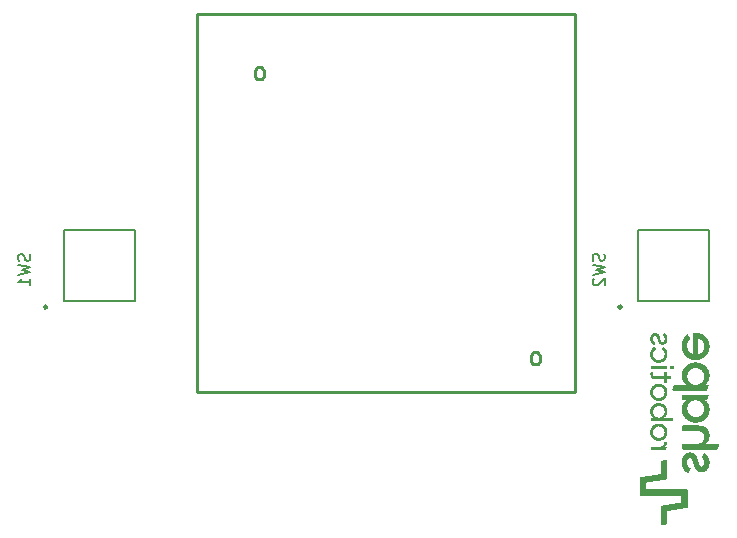
<source format=gbr>
%TF.GenerationSoftware,KiCad,Pcbnew,9.0.6*%
%TF.CreationDate,2025-12-04T12:23:30+01:00*%
%TF.ProjectId,Motherboard,4d6f7468-6572-4626-9f61-72642e6b6963,rev?*%
%TF.SameCoordinates,Original*%
%TF.FileFunction,Legend,Bot*%
%TF.FilePolarity,Positive*%
%FSLAX46Y46*%
G04 Gerber Fmt 4.6, Leading zero omitted, Abs format (unit mm)*
G04 Created by KiCad (PCBNEW 9.0.6) date 2025-12-04 12:23:30*
%MOMM*%
%LPD*%
G01*
G04 APERTURE LIST*
%ADD10C,0.000000*%
%ADD11C,0.254000*%
%ADD12C,0.150000*%
%ADD13C,0.200000*%
%ADD14C,0.250000*%
G04 APERTURE END LIST*
D10*
G36*
X172777429Y-111796385D02*
G01*
X172802639Y-111796385D01*
X172802639Y-111808985D01*
X172827839Y-111808985D01*
X172827839Y-111821585D01*
X172840439Y-111821585D01*
X172840439Y-111834185D01*
X172853049Y-111834185D01*
X172853049Y-111846785D01*
X172865649Y-111846785D01*
X172865649Y-111871995D01*
X172878249Y-111871995D01*
X172878249Y-111909795D01*
X172890849Y-111909795D01*
X172890849Y-111972815D01*
X172878249Y-111972815D01*
X172878249Y-112010615D01*
X172865649Y-112010615D01*
X172865649Y-112035825D01*
X172853049Y-112035825D01*
X172853049Y-112048425D01*
X172840439Y-112048425D01*
X172840439Y-112061025D01*
X172827839Y-112061025D01*
X172827839Y-112073625D01*
X172815239Y-112073625D01*
X172815239Y-112086235D01*
X172790039Y-112086235D01*
X172790039Y-112098835D01*
X172752229Y-112098835D01*
X172752229Y-112111435D01*
X172689219Y-112111435D01*
X172689219Y-112098835D01*
X172651409Y-112098835D01*
X172651409Y-112086235D01*
X172626209Y-112086235D01*
X172626209Y-112073625D01*
X172613609Y-112073625D01*
X172613609Y-112061025D01*
X172600999Y-112061025D01*
X172600999Y-112048425D01*
X172588399Y-112048425D01*
X172588399Y-112035825D01*
X172575799Y-112035825D01*
X172575799Y-111998015D01*
X172563199Y-111998015D01*
X172563199Y-111884595D01*
X172575799Y-111884595D01*
X172575799Y-111859395D01*
X172588399Y-111859395D01*
X172588399Y-111834185D01*
X172600999Y-111834185D01*
X172600999Y-111821585D01*
X172613609Y-111821585D01*
X172613609Y-111808985D01*
X172638809Y-111808985D01*
X172638809Y-111796385D01*
X172664009Y-111796385D01*
X172664009Y-111783775D01*
X172777429Y-111783775D01*
X172777429Y-111796385D01*
G37*
G36*
X174995419Y-116862465D02*
G01*
X175171849Y-116862465D01*
X175171849Y-116875065D01*
X175247459Y-116875065D01*
X175247459Y-116887665D01*
X175310479Y-116887665D01*
X175310479Y-116900265D01*
X175348279Y-116900265D01*
X175348279Y-116912875D01*
X175386089Y-116912875D01*
X175386089Y-116925475D01*
X175411289Y-116925475D01*
X175411289Y-116938075D01*
X175449099Y-116938075D01*
X175449099Y-116950675D01*
X175474299Y-116950675D01*
X175474299Y-116963275D01*
X175499509Y-116963275D01*
X175499509Y-116975885D01*
X175524709Y-116975885D01*
X175524709Y-116988485D01*
X175537319Y-116988485D01*
X175537319Y-117001085D01*
X175562519Y-117001085D01*
X175562519Y-117013685D01*
X175575119Y-117013685D01*
X175575119Y-117026285D01*
X175600319Y-117026285D01*
X175600319Y-117038895D01*
X175612929Y-117038895D01*
X175612929Y-117051495D01*
X175625529Y-117051495D01*
X175625529Y-117064095D01*
X175638129Y-117064095D01*
X175638129Y-117076695D01*
X175663329Y-117076695D01*
X175663329Y-117089305D01*
X175675939Y-117089305D01*
X175675939Y-117101905D01*
X175688539Y-117101905D01*
X175688539Y-117127105D01*
X175701139Y-117127105D01*
X175701139Y-117139705D01*
X175713749Y-117139705D01*
X175713749Y-117152315D01*
X175726349Y-117152315D01*
X175726349Y-117164915D01*
X175738949Y-117164915D01*
X175738949Y-117177515D01*
X175751549Y-117177515D01*
X175751549Y-117202715D01*
X175764149Y-117202715D01*
X175764149Y-117215325D01*
X175776759Y-117215325D01*
X175776759Y-117227925D01*
X175789359Y-117227925D01*
X175789359Y-117253125D01*
X175801959Y-117253125D01*
X175801959Y-117278335D01*
X175814559Y-117278335D01*
X175814559Y-117290935D01*
X175827159Y-117290935D01*
X175827159Y-117328745D01*
X175839769Y-117328745D01*
X175839769Y-117353945D01*
X175852369Y-117353945D01*
X175852369Y-117379155D01*
X175864969Y-117379155D01*
X175864969Y-117416955D01*
X175877569Y-117416955D01*
X175877569Y-117454765D01*
X175890169Y-117454765D01*
X175890169Y-117517775D01*
X175902779Y-117517775D01*
X175902779Y-117593385D01*
X175915379Y-117593385D01*
X175915379Y-117845435D01*
X175902779Y-117845435D01*
X175902779Y-117933645D01*
X175890169Y-117933645D01*
X175890169Y-117984055D01*
X175877569Y-117984055D01*
X175877569Y-118021865D01*
X175864969Y-118021865D01*
X175864969Y-118059665D01*
X175852369Y-118059665D01*
X175852369Y-118084875D01*
X175839769Y-118084875D01*
X175839769Y-118122675D01*
X175827159Y-118122675D01*
X175827159Y-118147885D01*
X175814559Y-118147885D01*
X175814559Y-118160485D01*
X175801959Y-118160485D01*
X175801959Y-118185685D01*
X175789359Y-118185685D01*
X175789359Y-118210895D01*
X175776759Y-118210895D01*
X175776759Y-118223495D01*
X175764149Y-118223495D01*
X175764149Y-118236105D01*
X175751549Y-118236105D01*
X175751549Y-118261305D01*
X175738949Y-118261305D01*
X175738949Y-118273905D01*
X175726349Y-118273905D01*
X175726349Y-118286505D01*
X175713749Y-118286505D01*
X175713749Y-118299115D01*
X175701139Y-118299115D01*
X175701139Y-118311715D01*
X175688539Y-118311715D01*
X175688539Y-118324315D01*
X175675939Y-118324315D01*
X175675939Y-118336915D01*
X175663329Y-118336915D01*
X175663329Y-118349515D01*
X175650729Y-118349515D01*
X175650729Y-118362125D01*
X175625529Y-118362125D01*
X175625529Y-118374725D01*
X175612929Y-118374725D01*
X175612929Y-118387325D01*
X175600319Y-118387325D01*
X175600319Y-118399925D01*
X176696719Y-118399925D01*
X176696719Y-118412525D01*
X176721919Y-118412525D01*
X176721919Y-118425135D01*
X176734519Y-118425135D01*
X176734519Y-118475545D01*
X176721919Y-118475545D01*
X176721919Y-118513345D01*
X176709319Y-118513345D01*
X176709319Y-118551155D01*
X176696719Y-118551155D01*
X176696719Y-118588965D01*
X176684109Y-118588965D01*
X176684109Y-118626765D01*
X176671509Y-118626765D01*
X176671509Y-118664575D01*
X176658909Y-118664575D01*
X176658909Y-118714985D01*
X176646309Y-118714985D01*
X176646309Y-118752795D01*
X176633699Y-118752795D01*
X176633699Y-118790595D01*
X176621099Y-118790595D01*
X176621099Y-118828405D01*
X176608499Y-118828405D01*
X176608499Y-118866205D01*
X176595899Y-118866205D01*
X176595899Y-118878815D01*
X176583299Y-118878815D01*
X176583299Y-118891415D01*
X173646989Y-118891415D01*
X173646989Y-118878815D01*
X173634379Y-118878815D01*
X173634379Y-118866205D01*
X173621779Y-118866205D01*
X173621779Y-118425135D01*
X173634379Y-118425135D01*
X173634379Y-118412525D01*
X173659589Y-118412525D01*
X173659589Y-118399925D01*
X174982819Y-118399925D01*
X174982819Y-118387325D01*
X175045829Y-118387325D01*
X175045829Y-118374725D01*
X175096239Y-118374725D01*
X175096239Y-118362125D01*
X175134039Y-118362125D01*
X175134039Y-118349515D01*
X175159249Y-118349515D01*
X175159249Y-118336915D01*
X175184449Y-118336915D01*
X175184449Y-118324315D01*
X175209659Y-118324315D01*
X175209659Y-118311715D01*
X175234859Y-118311715D01*
X175234859Y-118299115D01*
X175247459Y-118299115D01*
X175247459Y-118286505D01*
X175272669Y-118286505D01*
X175272669Y-118273905D01*
X175285269Y-118273905D01*
X175285269Y-118261305D01*
X175297869Y-118261305D01*
X175297869Y-118248705D01*
X175310479Y-118248705D01*
X175310479Y-118236105D01*
X175323079Y-118236105D01*
X175323079Y-118223495D01*
X175335679Y-118223495D01*
X175335679Y-118210895D01*
X175348279Y-118210895D01*
X175348279Y-118185685D01*
X175360879Y-118185685D01*
X175360879Y-118173085D01*
X175373489Y-118173085D01*
X175373489Y-118147885D01*
X175386089Y-118147885D01*
X175386089Y-118122675D01*
X175398689Y-118122675D01*
X175398689Y-118097475D01*
X175411289Y-118097475D01*
X175411289Y-118072275D01*
X175423889Y-118072275D01*
X175423889Y-118034465D01*
X175436499Y-118034465D01*
X175436499Y-117996655D01*
X175449099Y-117996655D01*
X175449099Y-117908445D01*
X175461699Y-117908445D01*
X175461699Y-117795025D01*
X175449099Y-117795025D01*
X175449099Y-117706805D01*
X175436499Y-117706805D01*
X175436499Y-117656395D01*
X175423889Y-117656395D01*
X175423889Y-117618595D01*
X175411289Y-117618595D01*
X175411289Y-117593385D01*
X175398689Y-117593385D01*
X175398689Y-117568185D01*
X175386089Y-117568185D01*
X175386089Y-117542975D01*
X175373489Y-117542975D01*
X175373489Y-117530375D01*
X175360879Y-117530375D01*
X175360879Y-117517775D01*
X175348279Y-117517775D01*
X175348279Y-117492575D01*
X175335679Y-117492575D01*
X175335679Y-117479965D01*
X175323079Y-117479965D01*
X175323079Y-117467365D01*
X175310479Y-117467365D01*
X175310479Y-117454765D01*
X175285269Y-117454765D01*
X175285269Y-117442165D01*
X175272669Y-117442165D01*
X175272669Y-117429555D01*
X175260069Y-117429555D01*
X175260069Y-117416955D01*
X175234859Y-117416955D01*
X175234859Y-117404355D01*
X175209659Y-117404355D01*
X175209659Y-117391755D01*
X175184449Y-117391755D01*
X175184449Y-117379155D01*
X175146649Y-117379155D01*
X175146649Y-117366545D01*
X175083639Y-117366545D01*
X175083639Y-117353945D01*
X174970219Y-117353945D01*
X174970219Y-117341345D01*
X173646989Y-117341345D01*
X173646989Y-117328745D01*
X173634379Y-117328745D01*
X173634379Y-117316145D01*
X173621779Y-117316145D01*
X173621779Y-116887665D01*
X173634379Y-116887665D01*
X173634379Y-116862465D01*
X173672189Y-116862465D01*
X173672189Y-116849855D01*
X174995419Y-116849855D01*
X174995419Y-116862465D01*
G37*
G36*
X172311149Y-112061025D02*
G01*
X170937509Y-112061025D01*
X170937509Y-112048425D01*
X170924909Y-112048425D01*
X170924909Y-111834185D01*
X170937509Y-111834185D01*
X170937509Y-111821585D01*
X171630639Y-111821585D01*
X171643239Y-111821585D01*
X172311149Y-111821585D01*
X172311149Y-112061025D01*
G37*
G36*
X174856799Y-109023895D02*
G01*
X174957609Y-109023895D01*
X174957609Y-109036505D01*
X175020619Y-109036505D01*
X175020619Y-109049105D01*
X175071029Y-109049105D01*
X175071029Y-109061705D01*
X175121439Y-109061705D01*
X175121439Y-109074305D01*
X175159249Y-109074305D01*
X175159249Y-109086905D01*
X175197059Y-109086905D01*
X175197059Y-109099515D01*
X175222259Y-109099515D01*
X175222259Y-109112115D01*
X175247459Y-109112115D01*
X175247459Y-109124715D01*
X175285269Y-109124715D01*
X175285269Y-109137315D01*
X175310479Y-109137315D01*
X175310479Y-109149925D01*
X175323079Y-109149925D01*
X175323079Y-109162525D01*
X175348279Y-109162525D01*
X175348279Y-109175125D01*
X175373489Y-109175125D01*
X175373489Y-109187725D01*
X175398689Y-109187725D01*
X175398689Y-109200335D01*
X175411289Y-109200335D01*
X175411289Y-109212935D01*
X175436499Y-109212935D01*
X175436499Y-109225535D01*
X175449099Y-109225535D01*
X175449099Y-109238135D01*
X175474299Y-109238135D01*
X175474299Y-109250735D01*
X175486909Y-109250735D01*
X175486909Y-109263345D01*
X175499509Y-109263345D01*
X175499509Y-109275945D01*
X175512109Y-109275945D01*
X175512109Y-109288545D01*
X175537319Y-109288545D01*
X175537319Y-109301145D01*
X175549919Y-109301145D01*
X175549919Y-109313745D01*
X175562519Y-109313745D01*
X175562519Y-109326345D01*
X175575119Y-109326345D01*
X175575119Y-109338955D01*
X175587719Y-109338955D01*
X175587719Y-109351555D01*
X175600319Y-109351555D01*
X175600319Y-109364155D01*
X175612929Y-109364155D01*
X175612929Y-109376765D01*
X175625529Y-109376765D01*
X175625529Y-109389365D01*
X175638129Y-109389365D01*
X175638129Y-109401965D01*
X175650729Y-109401965D01*
X175650729Y-109414565D01*
X175663329Y-109414565D01*
X175663329Y-109427165D01*
X175675939Y-109427165D01*
X175675939Y-109452375D01*
X175688539Y-109452375D01*
X175688539Y-109464975D01*
X175701139Y-109464975D01*
X175701139Y-109477575D01*
X175713749Y-109477575D01*
X175713749Y-109490175D01*
X175726349Y-109490175D01*
X175726349Y-109515385D01*
X175738949Y-109515385D01*
X175738949Y-109527985D01*
X175751549Y-109527985D01*
X175751549Y-109553185D01*
X175764149Y-109553185D01*
X175764149Y-109565795D01*
X175776759Y-109565795D01*
X175776759Y-109590995D01*
X175789359Y-109590995D01*
X175789359Y-109616205D01*
X175801959Y-109616205D01*
X175801959Y-109641405D01*
X175814559Y-109641405D01*
X175814559Y-109666615D01*
X175827159Y-109666615D01*
X175827159Y-109691815D01*
X175839769Y-109691815D01*
X175839769Y-109729625D01*
X175852369Y-109729625D01*
X175852369Y-109767425D01*
X175864969Y-109767425D01*
X175864969Y-109805235D01*
X175877569Y-109805235D01*
X175877569Y-109855645D01*
X175890169Y-109855645D01*
X175890169Y-109906055D01*
X175902779Y-109906055D01*
X175902779Y-110006865D01*
X175915379Y-110006865D01*
X175915379Y-110271515D01*
X175902779Y-110271515D01*
X175902779Y-110372335D01*
X175890169Y-110372335D01*
X175890169Y-110435345D01*
X175877569Y-110435345D01*
X175877569Y-110485755D01*
X175864969Y-110485755D01*
X175864969Y-110523555D01*
X175852369Y-110523555D01*
X175852369Y-110561365D01*
X175839769Y-110561365D01*
X175839769Y-110599175D01*
X175827159Y-110599175D01*
X175827159Y-110624375D01*
X175814559Y-110624375D01*
X175814559Y-110662185D01*
X175801959Y-110662185D01*
X175801959Y-110687385D01*
X175789359Y-110687385D01*
X175789359Y-110712595D01*
X175776759Y-110712595D01*
X175776759Y-110737795D01*
X175764149Y-110737795D01*
X175764149Y-110750395D01*
X175751549Y-110750395D01*
X175751549Y-110775605D01*
X175738949Y-110775605D01*
X175738949Y-110800805D01*
X175726349Y-110800805D01*
X175726349Y-110813415D01*
X175713749Y-110813415D01*
X175713749Y-110838615D01*
X175701139Y-110838615D01*
X175701139Y-110851215D01*
X175688539Y-110851215D01*
X175688539Y-110863815D01*
X175675939Y-110863815D01*
X175675939Y-110889025D01*
X175663329Y-110889025D01*
X175663329Y-110901625D01*
X175650729Y-110901625D01*
X175650729Y-110914225D01*
X175638129Y-110914225D01*
X175638129Y-110926825D01*
X175625529Y-110926825D01*
X175625529Y-110939435D01*
X175612929Y-110939435D01*
X175612929Y-110952035D01*
X175600319Y-110952035D01*
X175600319Y-110964635D01*
X175587719Y-110964635D01*
X175587719Y-110977235D01*
X175575119Y-110977235D01*
X175575119Y-110989845D01*
X175562519Y-110989845D01*
X175562519Y-111002445D01*
X175549919Y-111002445D01*
X175549919Y-111015045D01*
X175537319Y-111015045D01*
X175537319Y-111027645D01*
X175524709Y-111027645D01*
X175524709Y-111040245D01*
X175512109Y-111040245D01*
X175512109Y-111052855D01*
X175499509Y-111052855D01*
X175499509Y-111065455D01*
X175474299Y-111065455D01*
X175474299Y-111078055D01*
X175461699Y-111078055D01*
X175461699Y-111090655D01*
X175449099Y-111090655D01*
X175449099Y-111103265D01*
X175423889Y-111103265D01*
X175423889Y-111115865D01*
X175411289Y-111115865D01*
X175411289Y-111128465D01*
X175386089Y-111128465D01*
X175386089Y-111141065D01*
X175373489Y-111141065D01*
X175373489Y-111153665D01*
X175348279Y-111153665D01*
X175348279Y-111166265D01*
X175323079Y-111166265D01*
X175323079Y-111178875D01*
X175310479Y-111178875D01*
X175310479Y-111191475D01*
X175285269Y-111191475D01*
X175285269Y-111204075D01*
X175247459Y-111204075D01*
X175247459Y-111216685D01*
X175222259Y-111216685D01*
X175222259Y-111229285D01*
X175197059Y-111229285D01*
X175197059Y-111241885D01*
X175159249Y-111241885D01*
X175159249Y-111254485D01*
X175121439Y-111254485D01*
X175121439Y-111267085D01*
X175071029Y-111267085D01*
X175071029Y-111279695D01*
X175020619Y-111279695D01*
X175020619Y-111292295D01*
X174957609Y-111292295D01*
X174957609Y-111304895D01*
X174844189Y-111304895D01*
X174844189Y-111317495D01*
X174642559Y-111317495D01*
X174642559Y-111304895D01*
X174529139Y-111304895D01*
X174529139Y-111292295D01*
X174453529Y-111292295D01*
X174453529Y-111279695D01*
X174403119Y-111279695D01*
X174403119Y-111267085D01*
X174365309Y-111267085D01*
X174365309Y-111254485D01*
X174327499Y-111254485D01*
X174327499Y-111241885D01*
X174289699Y-111241885D01*
X174289699Y-111229285D01*
X174251889Y-111229285D01*
X174251889Y-111216685D01*
X174226689Y-111216685D01*
X174226689Y-111204075D01*
X174201479Y-111204075D01*
X174201479Y-111191475D01*
X174176279Y-111191475D01*
X174176279Y-111178875D01*
X174151069Y-111178875D01*
X174151069Y-111166265D01*
X174125869Y-111166265D01*
X174125869Y-111153665D01*
X174113269Y-111153665D01*
X174113269Y-111141065D01*
X174088059Y-111141065D01*
X174088059Y-111128465D01*
X174075459Y-111128465D01*
X174075459Y-111115865D01*
X174050249Y-111115865D01*
X174050249Y-111103265D01*
X174037649Y-111103265D01*
X174037649Y-111090655D01*
X174025049Y-111090655D01*
X174025049Y-111078055D01*
X173999849Y-111078055D01*
X173999849Y-111065455D01*
X173987239Y-111065455D01*
X173987239Y-111052855D01*
X173974639Y-111052855D01*
X173974639Y-111040245D01*
X173962039Y-111040245D01*
X173962039Y-111027645D01*
X173949439Y-111027645D01*
X173949439Y-111015045D01*
X173924229Y-111015045D01*
X173924229Y-111002445D01*
X173911629Y-111002445D01*
X173911629Y-110989845D01*
X173899029Y-110989845D01*
X173899029Y-110977235D01*
X173886429Y-110977235D01*
X173886429Y-110964635D01*
X173873819Y-110964635D01*
X173873819Y-110952035D01*
X173861219Y-110952035D01*
X173861219Y-110926825D01*
X173848619Y-110926825D01*
X173848619Y-110914225D01*
X173836019Y-110914225D01*
X173836019Y-110901625D01*
X173823419Y-110901625D01*
X173823419Y-110889025D01*
X173810809Y-110889025D01*
X173810809Y-110876425D01*
X173798209Y-110876425D01*
X173798209Y-110851215D01*
X173785609Y-110851215D01*
X173785609Y-110838615D01*
X173773009Y-110838615D01*
X173773009Y-110813415D01*
X173760399Y-110813415D01*
X173760399Y-110800805D01*
X173747799Y-110800805D01*
X173747799Y-110775605D01*
X173735199Y-110775605D01*
X173735199Y-110763005D01*
X173722599Y-110763005D01*
X173722599Y-110737795D01*
X173709999Y-110737795D01*
X173709999Y-110712595D01*
X173697399Y-110712595D01*
X173697399Y-110687385D01*
X173684789Y-110687385D01*
X173684789Y-110662185D01*
X173672189Y-110662185D01*
X173672189Y-110636975D01*
X173659589Y-110636975D01*
X173659589Y-110599175D01*
X173646989Y-110599175D01*
X173646989Y-110573965D01*
X173634379Y-110573965D01*
X173634379Y-110536165D01*
X173621779Y-110536165D01*
X173621779Y-110485755D01*
X173609179Y-110485755D01*
X173609179Y-110435345D01*
X173596579Y-110435345D01*
X173596579Y-110384935D01*
X173583969Y-110384935D01*
X173583969Y-110296715D01*
X173571369Y-110296715D01*
X173571369Y-110120295D01*
X173558769Y-110120295D01*
X173558769Y-110082485D01*
X173571369Y-110082485D01*
X173571369Y-109906055D01*
X173583969Y-109906055D01*
X173583969Y-109830445D01*
X173596579Y-109830445D01*
X173596579Y-109767425D01*
X173609179Y-109767425D01*
X173609179Y-109717015D01*
X173621779Y-109717015D01*
X173621779Y-109679215D01*
X173634379Y-109679215D01*
X173634379Y-109641405D01*
X173646989Y-109641405D01*
X173646989Y-109616205D01*
X173659589Y-109616205D01*
X173659589Y-109578395D01*
X173672189Y-109578395D01*
X173672189Y-109553185D01*
X173684789Y-109553185D01*
X173684789Y-109527985D01*
X173697399Y-109527985D01*
X173697399Y-109502785D01*
X173709999Y-109502785D01*
X173709999Y-109477575D01*
X173722599Y-109477575D01*
X173722599Y-109452375D01*
X173735199Y-109452375D01*
X173735199Y-109439775D01*
X173747799Y-109439775D01*
X173747799Y-109414565D01*
X173760399Y-109414565D01*
X173760399Y-109401965D01*
X173773009Y-109401965D01*
X173773009Y-109389365D01*
X173785609Y-109389365D01*
X173785609Y-109364155D01*
X173798209Y-109364155D01*
X173798209Y-109351555D01*
X173810809Y-109351555D01*
X173810809Y-109338955D01*
X173823419Y-109338955D01*
X173823419Y-109313745D01*
X173836019Y-109313745D01*
X173836019Y-109301145D01*
X173848619Y-109301145D01*
X173848619Y-109288545D01*
X173861219Y-109288545D01*
X173861219Y-109275945D01*
X173873819Y-109275945D01*
X173873819Y-109263345D01*
X173886429Y-109263345D01*
X173886429Y-109250735D01*
X173899029Y-109250735D01*
X173899029Y-109238135D01*
X173911629Y-109238135D01*
X173911629Y-109225535D01*
X173924229Y-109225535D01*
X173924229Y-109212935D01*
X173949439Y-109212935D01*
X173949439Y-109200335D01*
X173962039Y-109200335D01*
X173962039Y-109187725D01*
X173974639Y-109187725D01*
X173974639Y-109175125D01*
X173987239Y-109175125D01*
X173987239Y-109162525D01*
X173999849Y-109162525D01*
X173999849Y-109149925D01*
X174025049Y-109149925D01*
X174025049Y-109137315D01*
X174062859Y-109137315D01*
X174062859Y-109149925D01*
X174075459Y-109149925D01*
X174075459Y-109162525D01*
X174088059Y-109162525D01*
X174088059Y-109187725D01*
X174100659Y-109187725D01*
X174100659Y-109212935D01*
X174113269Y-109212935D01*
X174113269Y-109225535D01*
X174125869Y-109225535D01*
X174125869Y-109250735D01*
X174138469Y-109250735D01*
X174138469Y-109275945D01*
X174151069Y-109275945D01*
X174151069Y-109288545D01*
X174163679Y-109288545D01*
X174163679Y-109313745D01*
X174176279Y-109313745D01*
X174176279Y-109338955D01*
X174188879Y-109338955D01*
X174188879Y-109364155D01*
X174201479Y-109364155D01*
X174201479Y-109376765D01*
X174214079Y-109376765D01*
X174214079Y-109401965D01*
X174226689Y-109401965D01*
X174226689Y-109427165D01*
X174239289Y-109427165D01*
X174239289Y-109439775D01*
X174251889Y-109439775D01*
X174251889Y-109464975D01*
X174264489Y-109464975D01*
X174264489Y-109490175D01*
X174277089Y-109490175D01*
X174277089Y-109527985D01*
X174264489Y-109527985D01*
X174264489Y-109540585D01*
X174251889Y-109540585D01*
X174251889Y-109553185D01*
X174239289Y-109553185D01*
X174239289Y-109565795D01*
X174226689Y-109565795D01*
X174226689Y-109578395D01*
X174214079Y-109578395D01*
X174214079Y-109590995D01*
X174201479Y-109590995D01*
X174201479Y-109603605D01*
X174188879Y-109603605D01*
X174188879Y-109616205D01*
X174176279Y-109616205D01*
X174176279Y-109628805D01*
X174163679Y-109628805D01*
X174163679Y-109641405D01*
X174151069Y-109641405D01*
X174151069Y-109654005D01*
X174138469Y-109654005D01*
X174138469Y-109679215D01*
X174125869Y-109679215D01*
X174125869Y-109691815D01*
X174113269Y-109691815D01*
X174113269Y-109717015D01*
X174100659Y-109717015D01*
X174100659Y-109742225D01*
X174088059Y-109742225D01*
X174088059Y-109767425D01*
X174075459Y-109767425D01*
X174075459Y-109792635D01*
X174062859Y-109792635D01*
X174062859Y-109830445D01*
X174050249Y-109830445D01*
X174050249Y-109868245D01*
X174037649Y-109868245D01*
X174037649Y-109918655D01*
X174025049Y-109918655D01*
X174025049Y-109994265D01*
X174012449Y-109994265D01*
X174012449Y-110183305D01*
X174025049Y-110183305D01*
X174025049Y-110271515D01*
X174037649Y-110271515D01*
X174037649Y-110334525D01*
X174050249Y-110334525D01*
X174050249Y-110372335D01*
X174062859Y-110372335D01*
X174062859Y-110410135D01*
X174075459Y-110410135D01*
X174075459Y-110447945D01*
X174088059Y-110447945D01*
X174088059Y-110473155D01*
X174100659Y-110473155D01*
X174100659Y-110485755D01*
X174113269Y-110485755D01*
X174113269Y-110510955D01*
X174125869Y-110510955D01*
X174125869Y-110536165D01*
X174138469Y-110536165D01*
X174138469Y-110561365D01*
X174151069Y-110561365D01*
X174151069Y-110573965D01*
X174163679Y-110573965D01*
X174163679Y-110586575D01*
X174176279Y-110586575D01*
X174176279Y-110599175D01*
X174188879Y-110599175D01*
X174188879Y-110611775D01*
X174201479Y-110611775D01*
X174201479Y-110624375D01*
X174214079Y-110624375D01*
X174214079Y-110649585D01*
X174239289Y-110649585D01*
X174239289Y-110662185D01*
X174251889Y-110662185D01*
X174251889Y-110674785D01*
X174264489Y-110674785D01*
X174264489Y-110687385D01*
X174277089Y-110687385D01*
X174277089Y-110699985D01*
X174302299Y-110699985D01*
X174302299Y-110712595D01*
X174314899Y-110712595D01*
X174314899Y-110725195D01*
X174340109Y-110725195D01*
X174340109Y-110737795D01*
X174365309Y-110737795D01*
X174365309Y-110750395D01*
X174390509Y-110750395D01*
X174390509Y-110763005D01*
X174415719Y-110763005D01*
X174415719Y-110775605D01*
X174453529Y-110775605D01*
X174453529Y-110788205D01*
X174503929Y-110788205D01*
X174503929Y-110800805D01*
X174529139Y-110800805D01*
X174932409Y-110800805D01*
X174982819Y-110800805D01*
X174982819Y-110788205D01*
X175033229Y-110788205D01*
X175033229Y-110775605D01*
X175071029Y-110775605D01*
X175071029Y-110763005D01*
X175096239Y-110763005D01*
X175096239Y-110750395D01*
X175121439Y-110750395D01*
X175121439Y-110737795D01*
X175146649Y-110737795D01*
X175146649Y-110725195D01*
X175171849Y-110725195D01*
X175171849Y-110712595D01*
X175184449Y-110712595D01*
X175184449Y-110699985D01*
X175209659Y-110699985D01*
X175209659Y-110687385D01*
X175222259Y-110687385D01*
X175222259Y-110674785D01*
X175234859Y-110674785D01*
X175234859Y-110662185D01*
X175260069Y-110662185D01*
X175260069Y-110649585D01*
X175272669Y-110649585D01*
X175272669Y-110636975D01*
X175285269Y-110636975D01*
X175285269Y-110624375D01*
X175297869Y-110624375D01*
X175297869Y-110611775D01*
X175310479Y-110611775D01*
X175310479Y-110599175D01*
X175323079Y-110599175D01*
X175323079Y-110573965D01*
X175335679Y-110573965D01*
X175335679Y-110561365D01*
X175348279Y-110561365D01*
X175348279Y-110548765D01*
X175360879Y-110548765D01*
X175360879Y-110523555D01*
X175373489Y-110523555D01*
X175373489Y-110510955D01*
X175386089Y-110510955D01*
X175386089Y-110485755D01*
X175398689Y-110485755D01*
X175398689Y-110460545D01*
X175411289Y-110460545D01*
X175411289Y-110422745D01*
X175423889Y-110422745D01*
X175423889Y-110397535D01*
X175436499Y-110397535D01*
X175436499Y-110359735D01*
X175449099Y-110359735D01*
X175449099Y-110296715D01*
X175461699Y-110296715D01*
X175461699Y-110208505D01*
X175474299Y-110208505D01*
X175474299Y-110069875D01*
X175461699Y-110069875D01*
X175461699Y-109994265D01*
X175449099Y-109994265D01*
X175449099Y-109931255D01*
X175436499Y-109931255D01*
X175436499Y-109906055D01*
X175423889Y-109906055D01*
X175423889Y-109868245D01*
X175411289Y-109868245D01*
X175411289Y-109843045D01*
X175398689Y-109843045D01*
X175398689Y-109817835D01*
X175386089Y-109817835D01*
X175386089Y-109792635D01*
X175373489Y-109792635D01*
X175373489Y-109780025D01*
X175360879Y-109780025D01*
X175360879Y-109754825D01*
X175348279Y-109754825D01*
X175348279Y-109742225D01*
X175335679Y-109742225D01*
X175335679Y-109717015D01*
X175323079Y-109717015D01*
X175323079Y-109704415D01*
X175310479Y-109704415D01*
X175310479Y-109691815D01*
X175297869Y-109691815D01*
X175297869Y-109679215D01*
X175285269Y-109679215D01*
X175285269Y-109666615D01*
X175272669Y-109666615D01*
X175272669Y-109654005D01*
X175260069Y-109654005D01*
X175260069Y-109641405D01*
X175234859Y-109641405D01*
X175234859Y-109628805D01*
X175222259Y-109628805D01*
X175222259Y-109616205D01*
X175197059Y-109616205D01*
X175197059Y-109603605D01*
X175184449Y-109603605D01*
X175184449Y-109590995D01*
X175159249Y-109590995D01*
X175159249Y-109578395D01*
X175134039Y-109578395D01*
X175134039Y-109565795D01*
X175108839Y-109565795D01*
X175108839Y-109553185D01*
X175071029Y-109553185D01*
X175071029Y-109540585D01*
X175033229Y-109540585D01*
X175033229Y-109527985D01*
X174982819Y-109527985D01*
X174982819Y-109515385D01*
X174932409Y-109515385D01*
X174932409Y-110800805D01*
X174529139Y-110800805D01*
X174529139Y-109049105D01*
X174541739Y-109049105D01*
X174541739Y-109036505D01*
X174554339Y-109036505D01*
X174554339Y-109023895D01*
X174655159Y-109023895D01*
X174655159Y-109011295D01*
X174856799Y-109011295D01*
X174856799Y-109023895D01*
G37*
G36*
X171265169Y-110233705D02*
G01*
X171277769Y-110233705D01*
X171277769Y-110246315D01*
X171290369Y-110246315D01*
X171290369Y-110271515D01*
X171302979Y-110271515D01*
X171302979Y-110296715D01*
X171315579Y-110296715D01*
X171315579Y-110309325D01*
X171328179Y-110309325D01*
X171328179Y-110334525D01*
X171340789Y-110334525D01*
X171340789Y-110359735D01*
X171353389Y-110359735D01*
X171353389Y-110384935D01*
X171365989Y-110384935D01*
X171365989Y-110410135D01*
X171353389Y-110410135D01*
X171353389Y-110422745D01*
X171340789Y-110422745D01*
X171340789Y-110435345D01*
X171328179Y-110435345D01*
X171328179Y-110447945D01*
X171302979Y-110447945D01*
X171302979Y-110460545D01*
X171290369Y-110460545D01*
X171290369Y-110473155D01*
X171277769Y-110473155D01*
X171277769Y-110485755D01*
X171265169Y-110485755D01*
X171265169Y-110498355D01*
X171252569Y-110498355D01*
X171252569Y-110510955D01*
X171239969Y-110510955D01*
X171239969Y-110523555D01*
X171227359Y-110523555D01*
X171227359Y-110548765D01*
X171214759Y-110548765D01*
X171214759Y-110561365D01*
X171202159Y-110561365D01*
X171202159Y-110586575D01*
X171189559Y-110586575D01*
X171189559Y-110611775D01*
X171176959Y-110611775D01*
X171176959Y-110636975D01*
X171164349Y-110636975D01*
X171164349Y-110674785D01*
X171151749Y-110674785D01*
X171151749Y-110725195D01*
X171139149Y-110725195D01*
X171139149Y-110926825D01*
X171151749Y-110926825D01*
X171151749Y-110977235D01*
X171164349Y-110977235D01*
X171164349Y-111015045D01*
X171176959Y-111015045D01*
X171176959Y-111040245D01*
X171189559Y-111040245D01*
X171189559Y-111065455D01*
X171202159Y-111065455D01*
X171202159Y-111090655D01*
X171214759Y-111090655D01*
X171214759Y-111103265D01*
X171227359Y-111103265D01*
X171227359Y-111115865D01*
X171239969Y-111115865D01*
X171239969Y-111141065D01*
X171252569Y-111141065D01*
X171252569Y-111153665D01*
X171265169Y-111153665D01*
X171265169Y-111166265D01*
X171277769Y-111166265D01*
X171277769Y-111178875D01*
X171290369Y-111178875D01*
X171290369Y-111191475D01*
X171315579Y-111191475D01*
X171315579Y-111204075D01*
X171328179Y-111204075D01*
X171328179Y-111216685D01*
X171340789Y-111216685D01*
X171340789Y-111229285D01*
X171365989Y-111229285D01*
X171365989Y-111241885D01*
X171391189Y-111241885D01*
X171391189Y-111254485D01*
X171403799Y-111254485D01*
X171403799Y-111267085D01*
X171441599Y-111267085D01*
X171441599Y-111279695D01*
X171479409Y-111279695D01*
X171479409Y-111292295D01*
X171529819Y-111292295D01*
X171529819Y-111304895D01*
X171706249Y-111304895D01*
X171706249Y-111292295D01*
X171756659Y-111292295D01*
X171756659Y-111279695D01*
X171807069Y-111279695D01*
X171807069Y-111267085D01*
X171832269Y-111267085D01*
X171832269Y-111254485D01*
X171857469Y-111254485D01*
X171857469Y-111241885D01*
X171882679Y-111241885D01*
X171882679Y-111229285D01*
X171895279Y-111229285D01*
X171895279Y-111216685D01*
X171920479Y-111216685D01*
X171920479Y-111204075D01*
X171933089Y-111204075D01*
X171933089Y-111191475D01*
X171945689Y-111191475D01*
X171945689Y-111178875D01*
X171958289Y-111178875D01*
X171958289Y-111166265D01*
X171970889Y-111166265D01*
X171970889Y-111153665D01*
X171983499Y-111153665D01*
X171983499Y-111141065D01*
X171996099Y-111141065D01*
X171996099Y-111128465D01*
X172008699Y-111128465D01*
X172008699Y-111115865D01*
X172021299Y-111115865D01*
X172021299Y-111090655D01*
X172033909Y-111090655D01*
X172033909Y-111078055D01*
X172046509Y-111078055D01*
X172046509Y-111052855D01*
X172059109Y-111052855D01*
X172059109Y-111027645D01*
X172071709Y-111027645D01*
X172071709Y-110989845D01*
X172084309Y-110989845D01*
X172084309Y-110952035D01*
X172096919Y-110952035D01*
X172096919Y-110876425D01*
X172109519Y-110876425D01*
X172109519Y-110750395D01*
X172096919Y-110750395D01*
X172096919Y-110687385D01*
X172084309Y-110687385D01*
X172084309Y-110649585D01*
X172071709Y-110649585D01*
X172071709Y-110624375D01*
X172059109Y-110624375D01*
X172059109Y-110599175D01*
X172046509Y-110599175D01*
X172046509Y-110573965D01*
X172033909Y-110573965D01*
X172033909Y-110561365D01*
X172021299Y-110561365D01*
X172021299Y-110536165D01*
X172008699Y-110536165D01*
X172008699Y-110523555D01*
X171996099Y-110523555D01*
X171996099Y-110510955D01*
X171983499Y-110510955D01*
X171983499Y-110498355D01*
X171970889Y-110498355D01*
X171970889Y-110485755D01*
X171958289Y-110485755D01*
X171958289Y-110473155D01*
X171945689Y-110473155D01*
X171945689Y-110460545D01*
X171933089Y-110460545D01*
X171933089Y-110447945D01*
X171907879Y-110447945D01*
X171907879Y-110435345D01*
X171882679Y-110435345D01*
X171882679Y-110410135D01*
X171870079Y-110410135D01*
X171870079Y-110397535D01*
X171882679Y-110397535D01*
X171882679Y-110372335D01*
X171895279Y-110372335D01*
X171895279Y-110347135D01*
X171907879Y-110347135D01*
X171907879Y-110334525D01*
X171920479Y-110334525D01*
X171920479Y-110309325D01*
X171933089Y-110309325D01*
X171933089Y-110284115D01*
X171945689Y-110284115D01*
X171945689Y-110258915D01*
X171958289Y-110258915D01*
X171958289Y-110246315D01*
X171970889Y-110246315D01*
X171970889Y-110221105D01*
X172021299Y-110221105D01*
X172021299Y-110233705D01*
X172033909Y-110233705D01*
X172033909Y-110246315D01*
X172059109Y-110246315D01*
X172059109Y-110258915D01*
X172071709Y-110258915D01*
X172071709Y-110271515D01*
X172096919Y-110271515D01*
X172096919Y-110284115D01*
X172109519Y-110284115D01*
X172109519Y-110296715D01*
X172122119Y-110296715D01*
X172122119Y-110309325D01*
X172134719Y-110309325D01*
X172134719Y-110321925D01*
X172147319Y-110321925D01*
X172147319Y-110334525D01*
X172159929Y-110334525D01*
X172159929Y-110347135D01*
X172172529Y-110347135D01*
X172172529Y-110359735D01*
X172185129Y-110359735D01*
X172185129Y-110372335D01*
X172197729Y-110372335D01*
X172197729Y-110384935D01*
X172210339Y-110384935D01*
X172210339Y-110410135D01*
X172222939Y-110410135D01*
X172222939Y-110422745D01*
X172235539Y-110422745D01*
X172235539Y-110447945D01*
X172248139Y-110447945D01*
X172248139Y-110460545D01*
X172260739Y-110460545D01*
X172260739Y-110485755D01*
X172273349Y-110485755D01*
X172273349Y-110510955D01*
X172285949Y-110510955D01*
X172285949Y-110536165D01*
X172298549Y-110536165D01*
X172298549Y-110573965D01*
X172311149Y-110573965D01*
X172311149Y-110611775D01*
X172323759Y-110611775D01*
X172323759Y-110662185D01*
X172336359Y-110662185D01*
X172336359Y-110725195D01*
X172348959Y-110725195D01*
X172348959Y-110926825D01*
X172336359Y-110926825D01*
X172336359Y-111002445D01*
X172323759Y-111002445D01*
X172323759Y-111052855D01*
X172311149Y-111052855D01*
X172311149Y-111090655D01*
X172298549Y-111090655D01*
X172298549Y-111115865D01*
X172285949Y-111115865D01*
X172285949Y-111153665D01*
X172273349Y-111153665D01*
X172273349Y-111178875D01*
X172260739Y-111178875D01*
X172260739Y-111191475D01*
X172248139Y-111191475D01*
X172248139Y-111216685D01*
X172235539Y-111216685D01*
X172235539Y-111241885D01*
X172222939Y-111241885D01*
X172222939Y-111254485D01*
X172210339Y-111254485D01*
X172210339Y-111267085D01*
X172197729Y-111267085D01*
X172197729Y-111292295D01*
X172185129Y-111292295D01*
X172185129Y-111304895D01*
X172172529Y-111304895D01*
X172172529Y-111317495D01*
X172159929Y-111317495D01*
X172159929Y-111330095D01*
X172147319Y-111330095D01*
X172147319Y-111342705D01*
X172134719Y-111342705D01*
X172134719Y-111355305D01*
X172122119Y-111355305D01*
X172122119Y-111367905D01*
X172109519Y-111367905D01*
X172109519Y-111380505D01*
X172096919Y-111380505D01*
X172096919Y-111393105D01*
X172071709Y-111393105D01*
X172071709Y-111405715D01*
X172059109Y-111405715D01*
X172059109Y-111418315D01*
X172046509Y-111418315D01*
X172046509Y-111430915D01*
X172021299Y-111430915D01*
X172021299Y-111443515D01*
X172008699Y-111443515D01*
X172008699Y-111456125D01*
X171983499Y-111456125D01*
X171983499Y-111468725D01*
X171958289Y-111468725D01*
X171958289Y-111481325D01*
X171933089Y-111481325D01*
X171933089Y-111493925D01*
X171907879Y-111493925D01*
X171907879Y-111506535D01*
X171870079Y-111506535D01*
X171870079Y-111519135D01*
X171832269Y-111519135D01*
X171832269Y-111531735D01*
X171781859Y-111531735D01*
X171781859Y-111544335D01*
X171693649Y-111544335D01*
X171693649Y-111556935D01*
X171542419Y-111556935D01*
X171542419Y-111544335D01*
X171454199Y-111544335D01*
X171454199Y-111531735D01*
X171403799Y-111531735D01*
X171403799Y-111519135D01*
X171365989Y-111519135D01*
X171365989Y-111506535D01*
X171328179Y-111506535D01*
X171328179Y-111493925D01*
X171302979Y-111493925D01*
X171302979Y-111481325D01*
X171277769Y-111481325D01*
X171277769Y-111468725D01*
X171252569Y-111468725D01*
X171252569Y-111456125D01*
X171239969Y-111456125D01*
X171239969Y-111443515D01*
X171214759Y-111443515D01*
X171214759Y-111430915D01*
X171189559Y-111430915D01*
X171189559Y-111418315D01*
X171176959Y-111418315D01*
X171176959Y-111405715D01*
X171164349Y-111405715D01*
X171164349Y-111393105D01*
X171151749Y-111393105D01*
X171151749Y-111380505D01*
X171126549Y-111380505D01*
X171126549Y-111367905D01*
X171113949Y-111367905D01*
X171113949Y-111355305D01*
X171101339Y-111355305D01*
X171101339Y-111342705D01*
X171088739Y-111342705D01*
X171088739Y-111330095D01*
X171076139Y-111330095D01*
X171076139Y-111317495D01*
X171063539Y-111317495D01*
X171063539Y-111292295D01*
X171050929Y-111292295D01*
X171050929Y-111279695D01*
X171038329Y-111279695D01*
X171038329Y-111267085D01*
X171025729Y-111267085D01*
X171025729Y-111254485D01*
X171013129Y-111254485D01*
X171013129Y-111229285D01*
X171000519Y-111229285D01*
X171000519Y-111216685D01*
X170987919Y-111216685D01*
X170987919Y-111191475D01*
X170975319Y-111191475D01*
X170975319Y-111166265D01*
X170962719Y-111166265D01*
X170962719Y-111141065D01*
X170950119Y-111141065D01*
X170950119Y-111115865D01*
X170937509Y-111115865D01*
X170937509Y-111078055D01*
X170924909Y-111078055D01*
X170924909Y-111040245D01*
X170912309Y-111040245D01*
X170912309Y-110989845D01*
X170899709Y-110989845D01*
X170899709Y-110901625D01*
X170887109Y-110901625D01*
X170887109Y-110763005D01*
X170899709Y-110763005D01*
X170899709Y-110674785D01*
X170912309Y-110674785D01*
X170912309Y-110611775D01*
X170924909Y-110611775D01*
X170924909Y-110586575D01*
X170937509Y-110586575D01*
X170937509Y-110548765D01*
X170950119Y-110548765D01*
X170950119Y-110523555D01*
X170962719Y-110523555D01*
X170962719Y-110498355D01*
X170975319Y-110498355D01*
X170975319Y-110473155D01*
X170987919Y-110473155D01*
X170987919Y-110447945D01*
X171000519Y-110447945D01*
X171000519Y-110422745D01*
X171013129Y-110422745D01*
X171013129Y-110410135D01*
X171025729Y-110410135D01*
X171025729Y-110384935D01*
X171038329Y-110384935D01*
X171038329Y-110372335D01*
X171050929Y-110372335D01*
X171050929Y-110359735D01*
X171063539Y-110359735D01*
X171063539Y-110347135D01*
X171076139Y-110347135D01*
X171076139Y-110334525D01*
X171088739Y-110334525D01*
X171088739Y-110321925D01*
X171101339Y-110321925D01*
X171101339Y-110309325D01*
X171113949Y-110309325D01*
X171113949Y-110296715D01*
X171126549Y-110296715D01*
X171126549Y-110284115D01*
X171139149Y-110284115D01*
X171139149Y-110271515D01*
X171151749Y-110271515D01*
X171151749Y-110258915D01*
X171164349Y-110258915D01*
X171164349Y-110246315D01*
X171189559Y-110246315D01*
X171189559Y-110233705D01*
X171202159Y-110233705D01*
X171202159Y-110221105D01*
X171227359Y-110221105D01*
X171227359Y-110208505D01*
X171265169Y-110208505D01*
X171265169Y-110233705D01*
G37*
G36*
X171655839Y-114972135D02*
G01*
X171769259Y-114972135D01*
X171769259Y-114984735D01*
X171819669Y-114984735D01*
X171819669Y-114997335D01*
X171870079Y-114997335D01*
X171870079Y-115009935D01*
X171907879Y-115009935D01*
X171907879Y-115022545D01*
X171933089Y-115022545D01*
X171933089Y-115035145D01*
X171958289Y-115035145D01*
X171958289Y-115047745D01*
X171970889Y-115047745D01*
X171983499Y-115047745D01*
X171983499Y-115060345D01*
X171996099Y-115060345D01*
X171996099Y-115072955D01*
X172021299Y-115072955D01*
X172021299Y-115085555D01*
X172046509Y-115085555D01*
X172046509Y-115098155D01*
X172059109Y-115098155D01*
X172059109Y-115110755D01*
X172071709Y-115110755D01*
X172071709Y-115123355D01*
X172084309Y-115123355D01*
X172084309Y-115135965D01*
X172109519Y-115135965D01*
X172109519Y-115148565D01*
X172122119Y-115148565D01*
X172122119Y-115161165D01*
X172134719Y-115161165D01*
X172134719Y-115173765D01*
X172147319Y-115173765D01*
X172147319Y-115186365D01*
X172159929Y-115186365D01*
X172159929Y-115198975D01*
X172172529Y-115198975D01*
X172172529Y-115211575D01*
X172185129Y-115211575D01*
X172185129Y-115224175D01*
X172197729Y-115224175D01*
X172197729Y-115249385D01*
X172210339Y-115249385D01*
X172210339Y-115261985D01*
X172222939Y-115261985D01*
X172222939Y-115274585D01*
X172235539Y-115274585D01*
X172235539Y-115299785D01*
X172248139Y-115299785D01*
X172248139Y-115312395D01*
X172260739Y-115312395D01*
X172260739Y-115337595D01*
X172273349Y-115337595D01*
X172273349Y-115362805D01*
X172285949Y-115362805D01*
X172285949Y-115388005D01*
X172298549Y-115388005D01*
X172298549Y-115425815D01*
X172311149Y-115425815D01*
X172311149Y-115451015D01*
X172323759Y-115451015D01*
X172323759Y-115501425D01*
X172336359Y-115501425D01*
X172336359Y-115577035D01*
X172348959Y-115577035D01*
X172348959Y-115766075D01*
X172336359Y-115766075D01*
X172336359Y-115841685D01*
X172323759Y-115841685D01*
X172323759Y-115879495D01*
X172311149Y-115879495D01*
X172311149Y-115917295D01*
X172298549Y-115917295D01*
X172298549Y-115942505D01*
X172285949Y-115942505D01*
X172285949Y-115967705D01*
X172273349Y-115967705D01*
X172273349Y-115992915D01*
X172260739Y-115992915D01*
X172260739Y-116018115D01*
X172248139Y-116018115D01*
X172248139Y-116030715D01*
X172235539Y-116030715D01*
X172235539Y-116043315D01*
X172222939Y-116043315D01*
X172222939Y-116068525D01*
X172210339Y-116068525D01*
X172210339Y-116081125D01*
X172197729Y-116081125D01*
X172197729Y-116093725D01*
X172185129Y-116093725D01*
X172185129Y-116106325D01*
X172172529Y-116106325D01*
X172172529Y-116118935D01*
X172159929Y-116118935D01*
X172159929Y-116131535D01*
X172147319Y-116131535D01*
X172147319Y-116144135D01*
X172134719Y-116144135D01*
X172134719Y-116156735D01*
X172109519Y-116156735D01*
X172109519Y-116169345D01*
X172096919Y-116169345D01*
X172096919Y-116181945D01*
X172840439Y-116181945D01*
X172840439Y-116194545D01*
X172853049Y-116194545D01*
X172853049Y-116244955D01*
X172840439Y-116244955D01*
X172840439Y-116282755D01*
X172827839Y-116282755D01*
X172827839Y-116320565D01*
X172815239Y-116320565D01*
X172815239Y-116370975D01*
X172802639Y-116370975D01*
X172802639Y-116408785D01*
X172790039Y-116408785D01*
X172790039Y-116421385D01*
X172777429Y-116421385D01*
X172777429Y-116433985D01*
X170937509Y-116433985D01*
X170937509Y-116421385D01*
X170924909Y-116421385D01*
X170924909Y-116194545D01*
X170950119Y-116194545D01*
X170950119Y-116181945D01*
X171139149Y-116181945D01*
X171139149Y-116169345D01*
X171126549Y-116169345D01*
X171126549Y-116156735D01*
X171113949Y-116156735D01*
X171113949Y-116144135D01*
X171088739Y-116144135D01*
X171088739Y-116131535D01*
X171076139Y-116131535D01*
X171076139Y-116118935D01*
X171063539Y-116118935D01*
X171063539Y-116106325D01*
X171050929Y-116106325D01*
X171050929Y-116093725D01*
X171038329Y-116093725D01*
X171038329Y-116068525D01*
X171025729Y-116068525D01*
X171025729Y-116055915D01*
X171013129Y-116055915D01*
X171013129Y-116043315D01*
X171000519Y-116043315D01*
X171000519Y-116030715D01*
X170987919Y-116030715D01*
X170987919Y-116005515D01*
X170975319Y-116005515D01*
X170975319Y-115980305D01*
X170962719Y-115980305D01*
X170962719Y-115967705D01*
X170950119Y-115967705D01*
X170950119Y-115929905D01*
X170937509Y-115929905D01*
X170937509Y-115904695D01*
X170924909Y-115904695D01*
X170924909Y-115866885D01*
X170912309Y-115866885D01*
X170912309Y-115816475D01*
X170899709Y-115816475D01*
X170899709Y-115740865D01*
X171126549Y-115740865D01*
X171139149Y-115740865D01*
X171139149Y-115816475D01*
X171151749Y-115816475D01*
X171151749Y-115866885D01*
X171164349Y-115866885D01*
X171164349Y-115904695D01*
X171176959Y-115904695D01*
X171176959Y-115929905D01*
X171189559Y-115929905D01*
X171189559Y-115942505D01*
X171202159Y-115942505D01*
X171202159Y-115967705D01*
X171214759Y-115967705D01*
X171214759Y-115992915D01*
X171227359Y-115992915D01*
X171227359Y-116005515D01*
X171239969Y-116005515D01*
X171239969Y-116018115D01*
X171252569Y-116018115D01*
X171252569Y-116030715D01*
X171265169Y-116030715D01*
X171265169Y-116043315D01*
X171277769Y-116043315D01*
X171277769Y-116055915D01*
X171290369Y-116055915D01*
X171290369Y-116068525D01*
X171302979Y-116068525D01*
X171302979Y-116081125D01*
X171315579Y-116081125D01*
X171315579Y-116093725D01*
X171340789Y-116093725D01*
X171340789Y-116106325D01*
X171353389Y-116106325D01*
X171353389Y-116118935D01*
X171378589Y-116118935D01*
X171378589Y-116131535D01*
X171403799Y-116131535D01*
X171403799Y-116144135D01*
X171428999Y-116144135D01*
X171428999Y-116156735D01*
X171466809Y-116156735D01*
X171466809Y-116169345D01*
X171517209Y-116169345D01*
X171517209Y-116181945D01*
X171718849Y-116181945D01*
X171718849Y-116169345D01*
X171769259Y-116169345D01*
X171769259Y-116156735D01*
X171807069Y-116156735D01*
X171807069Y-116144135D01*
X171832269Y-116144135D01*
X171832269Y-116131535D01*
X171857469Y-116131535D01*
X171857469Y-116118935D01*
X171882679Y-116118935D01*
X171882679Y-116106325D01*
X171907879Y-116106325D01*
X171907879Y-116093725D01*
X171920479Y-116093725D01*
X171920479Y-116081125D01*
X171933089Y-116081125D01*
X171933089Y-116068525D01*
X171945689Y-116068525D01*
X171945689Y-116055915D01*
X171970889Y-116055915D01*
X171970889Y-116030715D01*
X171983499Y-116030715D01*
X171983499Y-116018115D01*
X171996099Y-116018115D01*
X171996099Y-116005515D01*
X172008699Y-116005515D01*
X172008699Y-115992915D01*
X172021299Y-115992915D01*
X172021299Y-115980305D01*
X172033909Y-115980305D01*
X172033909Y-115955105D01*
X172046509Y-115955105D01*
X172046509Y-115929905D01*
X172059109Y-115929905D01*
X172059109Y-115904695D01*
X172071709Y-115904695D01*
X172071709Y-115879495D01*
X172084309Y-115879495D01*
X172084309Y-115841685D01*
X172096919Y-115841685D01*
X172096919Y-115778675D01*
X172109519Y-115778675D01*
X172109519Y-115614845D01*
X172096919Y-115614845D01*
X172096919Y-115564435D01*
X172084309Y-115564435D01*
X172084309Y-115514025D01*
X172071709Y-115514025D01*
X172071709Y-115488825D01*
X172059109Y-115488825D01*
X172059109Y-115463615D01*
X172046509Y-115463615D01*
X172046509Y-115438415D01*
X172033909Y-115438415D01*
X172033909Y-115425815D01*
X172021299Y-115425815D01*
X172021299Y-115400605D01*
X172008699Y-115400605D01*
X172008699Y-115388005D01*
X171996099Y-115388005D01*
X171996099Y-115375405D01*
X171983499Y-115375405D01*
X171983499Y-115362805D01*
X171970889Y-115362805D01*
X171970889Y-115350195D01*
X171958289Y-115350195D01*
X171958289Y-115337595D01*
X171945689Y-115337595D01*
X171945689Y-115324995D01*
X171933089Y-115324995D01*
X171933089Y-115312395D01*
X171907879Y-115312395D01*
X171907879Y-115299785D01*
X171895279Y-115299785D01*
X171895279Y-115287185D01*
X171882679Y-115287185D01*
X171882679Y-115274585D01*
X171857469Y-115274585D01*
X171857469Y-115261985D01*
X171832269Y-115261985D01*
X171832269Y-115249385D01*
X171794469Y-115249385D01*
X171794469Y-115236775D01*
X171756659Y-115236775D01*
X171756659Y-115224175D01*
X171681039Y-115224175D01*
X171681039Y-115211575D01*
X171555019Y-115211575D01*
X171555019Y-115224175D01*
X171479409Y-115224175D01*
X171479409Y-115236775D01*
X171441599Y-115236775D01*
X171441599Y-115249385D01*
X171416399Y-115249385D01*
X171416399Y-115261985D01*
X171391189Y-115261985D01*
X171391189Y-115274585D01*
X171365989Y-115274585D01*
X171365989Y-115287185D01*
X171340789Y-115287185D01*
X171340789Y-115299785D01*
X171328179Y-115299785D01*
X171328179Y-115312395D01*
X171315579Y-115312395D01*
X171315579Y-115324995D01*
X171290369Y-115324995D01*
X171290369Y-115337595D01*
X171277769Y-115337595D01*
X171277769Y-115350195D01*
X171265169Y-115350195D01*
X171265169Y-115362805D01*
X171252569Y-115362805D01*
X171252569Y-115375405D01*
X171239969Y-115375405D01*
X171239969Y-115400605D01*
X171227359Y-115400605D01*
X171227359Y-115413205D01*
X171214759Y-115413205D01*
X171214759Y-115425815D01*
X171202159Y-115425815D01*
X171202159Y-115451015D01*
X171189559Y-115451015D01*
X171189559Y-115476225D01*
X171176959Y-115476225D01*
X171176959Y-115501425D01*
X171164349Y-115501425D01*
X171164349Y-115526625D01*
X171151749Y-115526625D01*
X171151749Y-115577035D01*
X171139149Y-115577035D01*
X171139149Y-115652655D01*
X171126549Y-115652655D01*
X171126549Y-115740865D01*
X170899709Y-115740865D01*
X170899709Y-115728265D01*
X170887109Y-115728265D01*
X170887109Y-115652655D01*
X170887109Y-115602245D01*
X170899709Y-115602245D01*
X170899709Y-115514025D01*
X170912309Y-115514025D01*
X170912309Y-115463615D01*
X170924909Y-115463615D01*
X170924909Y-115438415D01*
X170937509Y-115438415D01*
X170937509Y-115400605D01*
X170950119Y-115400605D01*
X170950119Y-115375405D01*
X170962719Y-115375405D01*
X170962719Y-115350195D01*
X170975319Y-115350195D01*
X170975319Y-115324995D01*
X170987919Y-115324995D01*
X170987919Y-115299785D01*
X171000519Y-115299785D01*
X171000519Y-115287185D01*
X171013129Y-115287185D01*
X171013129Y-115261985D01*
X171025729Y-115261985D01*
X171025729Y-115249385D01*
X171038329Y-115249385D01*
X171038329Y-115236775D01*
X171050929Y-115236775D01*
X171050929Y-115224175D01*
X171063539Y-115224175D01*
X171063539Y-115211575D01*
X171076139Y-115211575D01*
X171076139Y-115186365D01*
X171088739Y-115186365D01*
X171088739Y-115173765D01*
X171101339Y-115173765D01*
X171101339Y-115161165D01*
X171126549Y-115161165D01*
X171126549Y-115148565D01*
X171139149Y-115148565D01*
X171139149Y-115135965D01*
X171151749Y-115135965D01*
X171151749Y-115123355D01*
X171164349Y-115123355D01*
X171164349Y-115110755D01*
X171176959Y-115110755D01*
X171176959Y-115098155D01*
X171202159Y-115098155D01*
X171202159Y-115085555D01*
X171214759Y-115085555D01*
X171214759Y-115072955D01*
X171239969Y-115072955D01*
X171239969Y-115060345D01*
X171265169Y-115060345D01*
X171265169Y-115047745D01*
X171290369Y-115047745D01*
X171290369Y-115035145D01*
X171315579Y-115035145D01*
X171315579Y-115022545D01*
X171340789Y-115022545D01*
X171340789Y-115009935D01*
X171378589Y-115009935D01*
X171378589Y-114997335D01*
X171416399Y-114997335D01*
X171416399Y-114984735D01*
X171466809Y-114984735D01*
X171466809Y-114972135D01*
X171580229Y-114972135D01*
X171580229Y-114959535D01*
X171655839Y-114959535D01*
X171655839Y-114972135D01*
G37*
G36*
X172298549Y-119786165D02*
G01*
X172311149Y-119786165D01*
X172311149Y-121399245D01*
X172298549Y-121399245D01*
X172298549Y-121411855D01*
X172285949Y-121411855D01*
X172285949Y-121424455D01*
X172210339Y-121424455D01*
X172210339Y-121437055D01*
X172122119Y-121437055D01*
X172122119Y-121449655D01*
X172046509Y-121449655D01*
X172046509Y-121462265D01*
X171970889Y-121462265D01*
X171970889Y-121474865D01*
X171882679Y-121474865D01*
X171882679Y-121487465D01*
X171807069Y-121487465D01*
X171807069Y-121500065D01*
X171731449Y-121500065D01*
X171731449Y-121512665D01*
X171643239Y-121512665D01*
X171643239Y-121525275D01*
X171567629Y-121525275D01*
X171567629Y-121537875D01*
X171492009Y-121537875D01*
X171492009Y-121550475D01*
X171403799Y-121550475D01*
X171403799Y-121563075D01*
X171328179Y-121563075D01*
X171328179Y-121575685D01*
X171252569Y-121575685D01*
X171252569Y-121588285D01*
X171164349Y-121588285D01*
X171164349Y-121600885D01*
X171088739Y-121600885D01*
X171088739Y-121613485D01*
X171013129Y-121613485D01*
X171013129Y-121626085D01*
X170924909Y-121626085D01*
X170924909Y-121638685D01*
X170849299Y-121638685D01*
X170849299Y-121651295D01*
X170773679Y-121651295D01*
X170773679Y-121663895D01*
X170698069Y-121663895D01*
X170698069Y-121676495D01*
X170609859Y-121676495D01*
X170609859Y-121689105D01*
X170572049Y-121689105D01*
X170572049Y-122268805D01*
X174025049Y-122268805D01*
X174025049Y-122281405D01*
X174050249Y-122281405D01*
X174050249Y-122306605D01*
X174062859Y-122306605D01*
X174062859Y-123793665D01*
X174050249Y-123793665D01*
X174050249Y-123818875D01*
X174037649Y-123818875D01*
X174037649Y-123831475D01*
X173987239Y-123831475D01*
X173987239Y-123844075D01*
X173911629Y-123844075D01*
X173911629Y-123856675D01*
X173823419Y-123856675D01*
X173823419Y-123869275D01*
X173747799Y-123869275D01*
X173747799Y-123881885D01*
X173672189Y-123881885D01*
X173672189Y-123894485D01*
X173596579Y-123894485D01*
X173596579Y-123907085D01*
X173508359Y-123907085D01*
X173508359Y-123919685D01*
X173432749Y-123919685D01*
X173432749Y-123932285D01*
X173357129Y-123932285D01*
X173357129Y-123944895D01*
X173268919Y-123944895D01*
X173268919Y-123957495D01*
X173193309Y-123957495D01*
X173193309Y-123970095D01*
X173117689Y-123970095D01*
X173117689Y-123982695D01*
X173029479Y-123982695D01*
X173029479Y-123995295D01*
X172953869Y-123995295D01*
X172953869Y-124007905D01*
X172878249Y-124007905D01*
X172878249Y-124020505D01*
X172790039Y-124020505D01*
X172790039Y-124033105D01*
X172714419Y-124033105D01*
X172714419Y-124045715D01*
X172638809Y-124045715D01*
X172638809Y-124058315D01*
X172550599Y-124058315D01*
X172550599Y-124070915D01*
X172474979Y-124070915D01*
X172474979Y-124083515D01*
X172399369Y-124083515D01*
X172399369Y-124096115D01*
X172323759Y-124096115D01*
X172323759Y-124108725D01*
X172311149Y-124108725D01*
X172311149Y-124448975D01*
X172311149Y-124461585D01*
X172311149Y-125217715D01*
X172285949Y-125217715D01*
X172285949Y-125230315D01*
X172235539Y-125230315D01*
X172235539Y-125242915D01*
X172147319Y-125242915D01*
X172147319Y-125255515D01*
X172071709Y-125255515D01*
X172071709Y-125268125D01*
X171983499Y-125268125D01*
X171983499Y-125280725D01*
X171907879Y-125280725D01*
X171907879Y-125293325D01*
X171807069Y-125293325D01*
X171807069Y-125280725D01*
X171794469Y-125280725D01*
X171794469Y-123667645D01*
X171807069Y-123667645D01*
X171807069Y-123655045D01*
X171832269Y-123655045D01*
X171832269Y-123642435D01*
X171920479Y-123642435D01*
X171920479Y-123629835D01*
X171996099Y-123629835D01*
X171996099Y-123617235D01*
X172071709Y-123617235D01*
X172071709Y-123604635D01*
X172159929Y-123604635D01*
X172159929Y-123592035D01*
X172235539Y-123592035D01*
X172235539Y-123579425D01*
X172311149Y-123579425D01*
X172311149Y-123566825D01*
X172399369Y-123566825D01*
X172399369Y-123554225D01*
X172474979Y-123554225D01*
X172474979Y-123541615D01*
X172550599Y-123541615D01*
X172550599Y-123529015D01*
X172638809Y-123529015D01*
X172638809Y-123516415D01*
X172714419Y-123516415D01*
X172714419Y-123503815D01*
X172790039Y-123503815D01*
X172790039Y-123491215D01*
X172878249Y-123491215D01*
X172878249Y-123478615D01*
X172953869Y-123478615D01*
X172953869Y-123466005D01*
X173029479Y-123466005D01*
X173029479Y-123453405D01*
X173117689Y-123453405D01*
X173117689Y-123440805D01*
X173193309Y-123440805D01*
X173193309Y-123428205D01*
X173268919Y-123428205D01*
X173268919Y-123415605D01*
X173357129Y-123415605D01*
X173357129Y-123402995D01*
X173432749Y-123402995D01*
X173432749Y-123390395D01*
X173508359Y-123390395D01*
X173508359Y-123377795D01*
X173533569Y-123377795D01*
X173533569Y-122798095D01*
X170067959Y-122798095D01*
X170067959Y-122785485D01*
X170055359Y-122785485D01*
X170055359Y-122772885D01*
X170042759Y-122772885D01*
X170042759Y-121260625D01*
X170055359Y-121260625D01*
X170055359Y-121248025D01*
X170067959Y-121248025D01*
X170067959Y-121235425D01*
X170130969Y-121235425D01*
X170130969Y-121222815D01*
X170219189Y-121222815D01*
X170219189Y-121210215D01*
X170294799Y-121210215D01*
X170294799Y-121197615D01*
X170370419Y-121197615D01*
X170370419Y-121185015D01*
X170458629Y-121185015D01*
X170458629Y-121172405D01*
X170534239Y-121172405D01*
X170534239Y-121159805D01*
X170609859Y-121159805D01*
X170609859Y-121147205D01*
X170698069Y-121147205D01*
X170698069Y-121134605D01*
X170773679Y-121134605D01*
X170773679Y-121122005D01*
X170849299Y-121122005D01*
X170849299Y-121109395D01*
X170924909Y-121109395D01*
X170924909Y-121096795D01*
X171013129Y-121096795D01*
X171013129Y-121084195D01*
X171088739Y-121084195D01*
X171088739Y-121071595D01*
X171164349Y-121071595D01*
X171164349Y-121058995D01*
X171252569Y-121058995D01*
X171252569Y-121046385D01*
X171328179Y-121046385D01*
X171328179Y-121033785D01*
X171403799Y-121033785D01*
X171403799Y-121021185D01*
X171492009Y-121021185D01*
X171492009Y-121008585D01*
X171567629Y-121008585D01*
X171567629Y-120995975D01*
X171643239Y-120995975D01*
X171643239Y-120983375D01*
X171731449Y-120983375D01*
X171731449Y-120970775D01*
X171781859Y-120970775D01*
X171781859Y-120958175D01*
X171794469Y-120958175D01*
X171794469Y-119849185D01*
X171819669Y-119849185D01*
X171819669Y-119836575D01*
X171895279Y-119836575D01*
X171895279Y-119823975D01*
X171970889Y-119823975D01*
X171970889Y-119811375D01*
X172059109Y-119811375D01*
X172059109Y-119798765D01*
X172134719Y-119798765D01*
X172134719Y-119786165D01*
X172210339Y-119786165D01*
X172210339Y-119773565D01*
X172298549Y-119773565D01*
X172298549Y-119786165D01*
G37*
G36*
X174377909Y-119143455D02*
G01*
X174428319Y-119143455D01*
X174428319Y-119156055D01*
X174478729Y-119156055D01*
X174478729Y-119168665D01*
X174503929Y-119168665D01*
X174503929Y-119181265D01*
X174529139Y-119181265D01*
X174529139Y-119193865D01*
X174554339Y-119193865D01*
X174554339Y-119206465D01*
X174579549Y-119206465D01*
X174579549Y-119219075D01*
X174592149Y-119219075D01*
X174592149Y-119231675D01*
X174617349Y-119231675D01*
X174617349Y-119244275D01*
X174629959Y-119244275D01*
X174629959Y-119256875D01*
X174642559Y-119256875D01*
X174642559Y-119269475D01*
X174667759Y-119269475D01*
X174667759Y-119282085D01*
X174680359Y-119282085D01*
X174680359Y-119294685D01*
X174692969Y-119294685D01*
X174692969Y-119307285D01*
X174705569Y-119307285D01*
X174705569Y-119319885D01*
X174718169Y-119319885D01*
X174718169Y-119345095D01*
X174730769Y-119345095D01*
X174730769Y-119357695D01*
X174743379Y-119357695D01*
X174743379Y-119370295D01*
X174755979Y-119370295D01*
X174755979Y-119382895D01*
X174768579Y-119382895D01*
X174768579Y-119408105D01*
X174781179Y-119408105D01*
X174781179Y-119433305D01*
X174793789Y-119433305D01*
X174793789Y-119445915D01*
X174806389Y-119445915D01*
X174806389Y-119471115D01*
X174818989Y-119471115D01*
X174818989Y-119508925D01*
X174831589Y-119508925D01*
X174831589Y-119534125D01*
X174844189Y-119534125D01*
X174844189Y-119559325D01*
X174856799Y-119559325D01*
X174856799Y-119597135D01*
X174869399Y-119597135D01*
X174869399Y-119634945D01*
X174881999Y-119634945D01*
X174881999Y-119685355D01*
X174894599Y-119685355D01*
X174894599Y-119723155D01*
X174907199Y-119723155D01*
X174907199Y-119760965D01*
X174919809Y-119760965D01*
X174919809Y-119798765D01*
X174932409Y-119798765D01*
X174932409Y-119849185D01*
X174945009Y-119849185D01*
X174945009Y-119886985D01*
X174957609Y-119886985D01*
X174957609Y-119937395D01*
X174970219Y-119937395D01*
X174970219Y-119975205D01*
X174982819Y-119975205D01*
X174982819Y-120013005D01*
X174995419Y-120013005D01*
X174995419Y-120050815D01*
X175008019Y-120050815D01*
X175008019Y-120088625D01*
X175020619Y-120088625D01*
X175020619Y-120113825D01*
X175033229Y-120113825D01*
X175033229Y-120151635D01*
X175045829Y-120151635D01*
X175045829Y-120176835D01*
X175058429Y-120176835D01*
X175058429Y-120202045D01*
X175071029Y-120202045D01*
X175071029Y-120227245D01*
X175083639Y-120227245D01*
X175083639Y-120239845D01*
X175096239Y-120239845D01*
X175096239Y-120252445D01*
X175108839Y-120252445D01*
X175108839Y-120265055D01*
X175121439Y-120265055D01*
X175121439Y-120277655D01*
X175134039Y-120277655D01*
X175134039Y-120290255D01*
X175146649Y-120290255D01*
X175146649Y-120302855D01*
X175171849Y-120302855D01*
X175171849Y-120315465D01*
X175222259Y-120315465D01*
X175222259Y-120328065D01*
X175272669Y-120328065D01*
X175272669Y-120315465D01*
X175323079Y-120315465D01*
X175323079Y-120302855D01*
X175348279Y-120302855D01*
X175348279Y-120290255D01*
X175360879Y-120290255D01*
X175360879Y-120277655D01*
X175386089Y-120277655D01*
X175386089Y-120265055D01*
X175398689Y-120265055D01*
X175398689Y-120239845D01*
X175411289Y-120239845D01*
X175411289Y-120227245D01*
X175423889Y-120227245D01*
X175423889Y-120202045D01*
X175436499Y-120202045D01*
X175436499Y-120176835D01*
X175449099Y-120176835D01*
X175449099Y-120139035D01*
X175461699Y-120139035D01*
X175461699Y-120076025D01*
X175474299Y-120076025D01*
X175474299Y-119924795D01*
X175461699Y-119924795D01*
X175461699Y-119861785D01*
X175449099Y-119861785D01*
X175449099Y-119823975D01*
X175436499Y-119823975D01*
X175436499Y-119786165D01*
X175423889Y-119786165D01*
X175423889Y-119760965D01*
X175411289Y-119760965D01*
X175411289Y-119748365D01*
X175398689Y-119748365D01*
X175398689Y-119723155D01*
X175386089Y-119723155D01*
X175386089Y-119710555D01*
X175373489Y-119710555D01*
X175373489Y-119697955D01*
X175360879Y-119697955D01*
X175360879Y-119672755D01*
X175335679Y-119672755D01*
X175335679Y-119660145D01*
X175323079Y-119660145D01*
X175323079Y-119647545D01*
X175310479Y-119647545D01*
X175310479Y-119634945D01*
X175297869Y-119634945D01*
X175297869Y-119622345D01*
X175272669Y-119622345D01*
X175272669Y-119609735D01*
X175260069Y-119609735D01*
X175260069Y-119597135D01*
X175247459Y-119597135D01*
X175247459Y-119584535D01*
X175234859Y-119584535D01*
X175234859Y-119546725D01*
X175247459Y-119546725D01*
X175247459Y-119521525D01*
X175260069Y-119521525D01*
X175260069Y-119496315D01*
X175272669Y-119496315D01*
X175272669Y-119471115D01*
X175285269Y-119471115D01*
X175285269Y-119458515D01*
X175297869Y-119458515D01*
X175297869Y-119433305D01*
X175310479Y-119433305D01*
X175310479Y-119408105D01*
X175323079Y-119408105D01*
X175323079Y-119382895D01*
X175335679Y-119382895D01*
X175335679Y-119370295D01*
X175348279Y-119370295D01*
X175348279Y-119345095D01*
X175360879Y-119345095D01*
X175360879Y-119319885D01*
X175373489Y-119319885D01*
X175373489Y-119294685D01*
X175386089Y-119294685D01*
X175386089Y-119269475D01*
X175398689Y-119269475D01*
X175398689Y-119256875D01*
X175411289Y-119256875D01*
X175411289Y-119231675D01*
X175423889Y-119231675D01*
X175423889Y-119206465D01*
X175436499Y-119206465D01*
X175436499Y-119193865D01*
X175486909Y-119193865D01*
X175486909Y-119206465D01*
X175512109Y-119206465D01*
X175512109Y-119219075D01*
X175524709Y-119219075D01*
X175524709Y-119231675D01*
X175549919Y-119231675D01*
X175549919Y-119244275D01*
X175562519Y-119244275D01*
X175562519Y-119256875D01*
X175587719Y-119256875D01*
X175587719Y-119269475D01*
X175600319Y-119269475D01*
X175600319Y-119282085D01*
X175612929Y-119282085D01*
X175612929Y-119294685D01*
X175625529Y-119294685D01*
X175625529Y-119307285D01*
X175638129Y-119307285D01*
X175638129Y-119319885D01*
X175650729Y-119319885D01*
X175650729Y-119332495D01*
X175663329Y-119332495D01*
X175663329Y-119345095D01*
X175675939Y-119345095D01*
X175675939Y-119357695D01*
X175688539Y-119357695D01*
X175688539Y-119370295D01*
X175701139Y-119370295D01*
X175701139Y-119382895D01*
X175713749Y-119382895D01*
X175713749Y-119395505D01*
X175726349Y-119395505D01*
X175726349Y-119420705D01*
X175738949Y-119420705D01*
X175738949Y-119433305D01*
X175751549Y-119433305D01*
X175751549Y-119458515D01*
X175764149Y-119458515D01*
X175764149Y-119471115D01*
X175776759Y-119471115D01*
X175776759Y-119496315D01*
X175789359Y-119496315D01*
X175789359Y-119521525D01*
X175801959Y-119521525D01*
X175801959Y-119546725D01*
X175814559Y-119546725D01*
X175814559Y-119571935D01*
X175827159Y-119571935D01*
X175827159Y-119597135D01*
X175839769Y-119597135D01*
X175839769Y-119622345D01*
X175852369Y-119622345D01*
X175852369Y-119660145D01*
X175864969Y-119660145D01*
X175864969Y-119697955D01*
X175877569Y-119697955D01*
X175877569Y-119735765D01*
X175890169Y-119735765D01*
X175890169Y-119798765D01*
X175902779Y-119798765D01*
X175902779Y-119874385D01*
X175915379Y-119874385D01*
X175915379Y-120126425D01*
X175902779Y-120126425D01*
X175902779Y-120214645D01*
X175890169Y-120214645D01*
X175890169Y-120277655D01*
X175877569Y-120277655D01*
X175877569Y-120315465D01*
X175864969Y-120315465D01*
X175864969Y-120353265D01*
X175852369Y-120353265D01*
X175852369Y-120391075D01*
X175839769Y-120391075D01*
X175839769Y-120416275D01*
X175827159Y-120416275D01*
X175827159Y-120441485D01*
X175814559Y-120441485D01*
X175814559Y-120466685D01*
X175801959Y-120466685D01*
X175801959Y-120491895D01*
X175789359Y-120491895D01*
X175789359Y-120504495D01*
X175776759Y-120504495D01*
X175776759Y-120529695D01*
X175764149Y-120529695D01*
X175764149Y-120542295D01*
X175751549Y-120542295D01*
X175751549Y-120567505D01*
X175738949Y-120567505D01*
X175738949Y-120580105D01*
X175726349Y-120580105D01*
X175726349Y-120592715D01*
X175713749Y-120592715D01*
X175713749Y-120605315D01*
X175701139Y-120605315D01*
X175701139Y-120630515D01*
X175688539Y-120630515D01*
X175688539Y-120643115D01*
X175675939Y-120643115D01*
X175675939Y-120655725D01*
X175663329Y-120655725D01*
X175663329Y-120668325D01*
X175638129Y-120668325D01*
X175638129Y-120680925D01*
X175625529Y-120680925D01*
X175625529Y-120693525D01*
X175612929Y-120693525D01*
X175612929Y-120706125D01*
X175600319Y-120706125D01*
X175600319Y-120718735D01*
X175575119Y-120718735D01*
X175575119Y-120731335D01*
X175562519Y-120731335D01*
X175562519Y-120743935D01*
X175537319Y-120743935D01*
X175537319Y-120756535D01*
X175512109Y-120756535D01*
X175512109Y-120769135D01*
X175486909Y-120769135D01*
X175486909Y-120781745D01*
X175449099Y-120781745D01*
X175449099Y-120794345D01*
X175411289Y-120794345D01*
X175411289Y-120806945D01*
X175348279Y-120806945D01*
X175348279Y-120819555D01*
X175121439Y-120819555D01*
X175121439Y-120806945D01*
X175058429Y-120806945D01*
X175058429Y-120794345D01*
X175020619Y-120794345D01*
X175020619Y-120781745D01*
X174995419Y-120781745D01*
X174995419Y-120769135D01*
X174957609Y-120769135D01*
X174957609Y-120756535D01*
X174932409Y-120756535D01*
X174932409Y-120743935D01*
X174919809Y-120743935D01*
X174919809Y-120731335D01*
X174894599Y-120731335D01*
X174894599Y-120718735D01*
X174881999Y-120718735D01*
X174881999Y-120706125D01*
X174856799Y-120706125D01*
X174856799Y-120693525D01*
X174844189Y-120693525D01*
X174844189Y-120680925D01*
X174831589Y-120680925D01*
X174831589Y-120668325D01*
X174818989Y-120668325D01*
X174818989Y-120655725D01*
X174806389Y-120655725D01*
X174806389Y-120643115D01*
X174793789Y-120643115D01*
X174793789Y-120630515D01*
X174781179Y-120630515D01*
X174781179Y-120605315D01*
X174768579Y-120605315D01*
X174768579Y-120592715D01*
X174755979Y-120592715D01*
X174755979Y-120580105D01*
X174743379Y-120580105D01*
X174743379Y-120567505D01*
X174730769Y-120567505D01*
X174730769Y-120542295D01*
X174718169Y-120542295D01*
X174718169Y-120517095D01*
X174705569Y-120517095D01*
X174705569Y-120504495D01*
X174692969Y-120504495D01*
X174692969Y-120479285D01*
X174680359Y-120479285D01*
X174680359Y-120441485D01*
X174667759Y-120441485D01*
X174667759Y-120416275D01*
X174655159Y-120416275D01*
X174655159Y-120391075D01*
X174642559Y-120391075D01*
X174642559Y-120340665D01*
X174629959Y-120340665D01*
X174629959Y-120302855D01*
X174617349Y-120302855D01*
X174617349Y-120265055D01*
X174604749Y-120265055D01*
X174604749Y-120227245D01*
X174592149Y-120227245D01*
X174592149Y-120189435D01*
X174579549Y-120189435D01*
X174579549Y-120151635D01*
X174566949Y-120151635D01*
X174566949Y-120101225D01*
X174554339Y-120101225D01*
X174554339Y-120063415D01*
X174541739Y-120063415D01*
X174541739Y-120013005D01*
X174529139Y-120013005D01*
X174529139Y-119975205D01*
X174516539Y-119975205D01*
X174516539Y-119937395D01*
X174503929Y-119937395D01*
X174503929Y-119899585D01*
X174491329Y-119899585D01*
X174491329Y-119861785D01*
X174478729Y-119861785D01*
X174478729Y-119836575D01*
X174466129Y-119836575D01*
X174466129Y-119798765D01*
X174453529Y-119798765D01*
X174453529Y-119773565D01*
X174440919Y-119773565D01*
X174440919Y-119748365D01*
X174428319Y-119748365D01*
X174428319Y-119735765D01*
X174415719Y-119735765D01*
X174415719Y-119710555D01*
X174403119Y-119710555D01*
X174403119Y-119697955D01*
X174390509Y-119697955D01*
X174390509Y-119685355D01*
X174377909Y-119685355D01*
X174377909Y-119672755D01*
X174365309Y-119672755D01*
X174365309Y-119660145D01*
X174352709Y-119660145D01*
X174352709Y-119647545D01*
X174327499Y-119647545D01*
X174327499Y-119634945D01*
X174289699Y-119634945D01*
X174289699Y-119622345D01*
X174214079Y-119622345D01*
X174214079Y-119634945D01*
X174163679Y-119634945D01*
X174163679Y-119647545D01*
X174138469Y-119647545D01*
X174138469Y-119660145D01*
X174125869Y-119660145D01*
X174125869Y-119672755D01*
X174100659Y-119672755D01*
X174100659Y-119697955D01*
X174088059Y-119697955D01*
X174088059Y-119710555D01*
X174075459Y-119710555D01*
X174075459Y-119723155D01*
X174062859Y-119723155D01*
X174062859Y-119748365D01*
X174050249Y-119748365D01*
X174050249Y-119786165D01*
X174037649Y-119786165D01*
X174037649Y-119823975D01*
X174025049Y-119823975D01*
X174025049Y-119899585D01*
X174012449Y-119899585D01*
X174012449Y-120088625D01*
X174025049Y-120088625D01*
X174025049Y-120164235D01*
X174037649Y-120164235D01*
X174037649Y-120202045D01*
X174050249Y-120202045D01*
X174050249Y-120239845D01*
X174062859Y-120239845D01*
X174062859Y-120265055D01*
X174075459Y-120265055D01*
X174075459Y-120290255D01*
X174088059Y-120290255D01*
X174088059Y-120315465D01*
X174100659Y-120315465D01*
X174100659Y-120328065D01*
X174113269Y-120328065D01*
X174113269Y-120353265D01*
X174125869Y-120353265D01*
X174125869Y-120365875D01*
X174138469Y-120365875D01*
X174138469Y-120378475D01*
X174151069Y-120378475D01*
X174151069Y-120391075D01*
X174163679Y-120391075D01*
X174163679Y-120403675D01*
X174188879Y-120403675D01*
X174188879Y-120416275D01*
X174201479Y-120416275D01*
X174201479Y-120428885D01*
X174214079Y-120428885D01*
X174214079Y-120441485D01*
X174239289Y-120441485D01*
X174239289Y-120454085D01*
X174264489Y-120454085D01*
X174264489Y-120466685D01*
X174289699Y-120466685D01*
X174289699Y-120479285D01*
X174302299Y-120479285D01*
X174302299Y-120491895D01*
X174314899Y-120491895D01*
X174314899Y-120542295D01*
X174302299Y-120542295D01*
X174302299Y-120554905D01*
X174289699Y-120554905D01*
X174289699Y-120580105D01*
X174277089Y-120580105D01*
X174277089Y-120605315D01*
X174264489Y-120605315D01*
X174264489Y-120630515D01*
X174251889Y-120630515D01*
X174251889Y-120643115D01*
X174239289Y-120643115D01*
X174239289Y-120668325D01*
X174226689Y-120668325D01*
X174226689Y-120693525D01*
X174214079Y-120693525D01*
X174214079Y-120706125D01*
X174201479Y-120706125D01*
X174201479Y-120731335D01*
X174188879Y-120731335D01*
X174188879Y-120756535D01*
X174176279Y-120756535D01*
X174176279Y-120781745D01*
X174163679Y-120781745D01*
X174163679Y-120794345D01*
X174151069Y-120794345D01*
X174151069Y-120819555D01*
X174138469Y-120819555D01*
X174138469Y-120844755D01*
X174125869Y-120844755D01*
X174125869Y-120869955D01*
X174113269Y-120869955D01*
X174113269Y-120882555D01*
X174100659Y-120882555D01*
X174100659Y-120895165D01*
X174037649Y-120895165D01*
X174037649Y-120882555D01*
X174025049Y-120882555D01*
X174025049Y-120869955D01*
X173999849Y-120869955D01*
X173999849Y-120857355D01*
X173974639Y-120857355D01*
X173974639Y-120844755D01*
X173962039Y-120844755D01*
X173962039Y-120832155D01*
X173936839Y-120832155D01*
X173936839Y-120819555D01*
X173924229Y-120819555D01*
X173924229Y-120806945D01*
X173911629Y-120806945D01*
X173911629Y-120794345D01*
X173886429Y-120794345D01*
X173886429Y-120781745D01*
X173873819Y-120781745D01*
X173873819Y-120769135D01*
X173861219Y-120769135D01*
X173861219Y-120756535D01*
X173848619Y-120756535D01*
X173848619Y-120743935D01*
X173836019Y-120743935D01*
X173836019Y-120731335D01*
X173823419Y-120731335D01*
X173823419Y-120718735D01*
X173810809Y-120718735D01*
X173810809Y-120706125D01*
X173798209Y-120706125D01*
X173798209Y-120693525D01*
X173785609Y-120693525D01*
X173785609Y-120680925D01*
X173773009Y-120680925D01*
X173773009Y-120655725D01*
X173760399Y-120655725D01*
X173760399Y-120643115D01*
X173747799Y-120643115D01*
X173747799Y-120617915D01*
X173735199Y-120617915D01*
X173735199Y-120605315D01*
X173722599Y-120605315D01*
X173722599Y-120580105D01*
X173709999Y-120580105D01*
X173709999Y-120567505D01*
X173697399Y-120567505D01*
X173697399Y-120542295D01*
X173684789Y-120542295D01*
X173684789Y-120517095D01*
X173672189Y-120517095D01*
X173672189Y-120491895D01*
X173659589Y-120491895D01*
X173659589Y-120466685D01*
X173646989Y-120466685D01*
X173646989Y-120441485D01*
X173634379Y-120441485D01*
X173634379Y-120403675D01*
X173621779Y-120403675D01*
X173621779Y-120353265D01*
X173609179Y-120353265D01*
X173609179Y-120315465D01*
X173596579Y-120315465D01*
X173596579Y-120252445D01*
X173583969Y-120252445D01*
X173583969Y-120176835D01*
X173571369Y-120176835D01*
X173571369Y-120013005D01*
X173558769Y-120013005D01*
X173558769Y-119975205D01*
X173571369Y-119975205D01*
X173571369Y-119924795D01*
X173571369Y-119912195D01*
X173571369Y-119811375D01*
X173583969Y-119811375D01*
X173583969Y-119735765D01*
X173596579Y-119735765D01*
X173596579Y-119685355D01*
X173609179Y-119685355D01*
X173609179Y-119634945D01*
X173621779Y-119634945D01*
X173621779Y-119597135D01*
X173634379Y-119597135D01*
X173634379Y-119571935D01*
X173646989Y-119571935D01*
X173646989Y-119534125D01*
X173659589Y-119534125D01*
X173659589Y-119508925D01*
X173672189Y-119508925D01*
X173672189Y-119483715D01*
X173684789Y-119483715D01*
X173684789Y-119471115D01*
X173697399Y-119471115D01*
X173697399Y-119445915D01*
X173709999Y-119445915D01*
X173709999Y-119420705D01*
X173722599Y-119420705D01*
X173722599Y-119408105D01*
X173735199Y-119408105D01*
X173735199Y-119382895D01*
X173747799Y-119382895D01*
X173747799Y-119370295D01*
X173760399Y-119370295D01*
X173760399Y-119357695D01*
X173773009Y-119357695D01*
X173773009Y-119332495D01*
X173785609Y-119332495D01*
X173785609Y-119319885D01*
X173798209Y-119319885D01*
X173798209Y-119307285D01*
X173810809Y-119307285D01*
X173810809Y-119294685D01*
X173823419Y-119294685D01*
X173823419Y-119282085D01*
X173836019Y-119282085D01*
X173836019Y-119269475D01*
X173848619Y-119269475D01*
X173848619Y-119256875D01*
X173873819Y-119256875D01*
X173873819Y-119244275D01*
X173886429Y-119244275D01*
X173886429Y-119231675D01*
X173899029Y-119231675D01*
X173899029Y-119219075D01*
X173924229Y-119219075D01*
X173924229Y-119206465D01*
X173949439Y-119206465D01*
X173949439Y-119193865D01*
X173974639Y-119193865D01*
X173974639Y-119181265D01*
X173999849Y-119181265D01*
X173999849Y-119168665D01*
X174025049Y-119168665D01*
X174025049Y-119156055D01*
X174075459Y-119156055D01*
X174075459Y-119143455D01*
X174138469Y-119143455D01*
X174138469Y-119130855D01*
X174377909Y-119130855D01*
X174377909Y-119143455D01*
G37*
G36*
X175814559Y-114253805D02*
G01*
X175827159Y-114253805D01*
X175827159Y-114266405D01*
X175839769Y-114266405D01*
X175839769Y-114329425D01*
X175827159Y-114329425D01*
X175827159Y-114367225D01*
X175814559Y-114367225D01*
X175814559Y-114405035D01*
X175801959Y-114405035D01*
X175801959Y-114442835D01*
X175789359Y-114442835D01*
X175789359Y-114480645D01*
X175776759Y-114480645D01*
X175776759Y-114518455D01*
X175764149Y-114518455D01*
X175764149Y-114556265D01*
X175751549Y-114556265D01*
X175751549Y-114594065D01*
X175738949Y-114594065D01*
X175738949Y-114631875D01*
X175726349Y-114631875D01*
X175726349Y-114669675D01*
X175713749Y-114669675D01*
X175713749Y-114707485D01*
X175701139Y-114707485D01*
X175701139Y-114720085D01*
X175688539Y-114720085D01*
X175688539Y-114732695D01*
X175562519Y-114732695D01*
X175562519Y-114745295D01*
X175575119Y-114745295D01*
X175575119Y-114757895D01*
X175587719Y-114757895D01*
X175587719Y-114770495D01*
X175600319Y-114770495D01*
X175600319Y-114783095D01*
X175625529Y-114783095D01*
X175625529Y-114795705D01*
X175638129Y-114795705D01*
X175638129Y-114808305D01*
X175650729Y-114808305D01*
X175650729Y-114820905D01*
X175663329Y-114820905D01*
X175663329Y-114833505D01*
X175675939Y-114833505D01*
X175675939Y-114846115D01*
X175688539Y-114846115D01*
X175688539Y-114871315D01*
X175701139Y-114871315D01*
X175701139Y-114883915D01*
X175713749Y-114883915D01*
X175713749Y-114896515D01*
X175726349Y-114896515D01*
X175726349Y-114909125D01*
X175738949Y-114909125D01*
X175738949Y-114934325D01*
X175751549Y-114934325D01*
X175751549Y-114946925D01*
X175764149Y-114946925D01*
X175764149Y-114959535D01*
X175776759Y-114959535D01*
X175776759Y-114984735D01*
X175789359Y-114984735D01*
X175789359Y-115009935D01*
X175801959Y-115009935D01*
X175801959Y-115035145D01*
X175814559Y-115035145D01*
X175814559Y-115060345D01*
X175827159Y-115060345D01*
X175827159Y-115085555D01*
X175839769Y-115085555D01*
X175839769Y-115110755D01*
X175852369Y-115110755D01*
X175852369Y-115148565D01*
X175864969Y-115148565D01*
X175864969Y-115186365D01*
X175877569Y-115186365D01*
X175877569Y-115236775D01*
X175890169Y-115236775D01*
X175890169Y-115287185D01*
X175902779Y-115287185D01*
X175902779Y-115375405D01*
X175915379Y-115375405D01*
X175915379Y-115640045D01*
X175902779Y-115640045D01*
X175902779Y-115715665D01*
X175890169Y-115715665D01*
X175890169Y-115778675D01*
X175877569Y-115778675D01*
X175877569Y-115829085D01*
X175864969Y-115829085D01*
X175864969Y-115866885D01*
X175852369Y-115866885D01*
X175852369Y-115892095D01*
X175839769Y-115892095D01*
X175839769Y-115929905D01*
X175827159Y-115929905D01*
X175827159Y-115955105D01*
X175814559Y-115955105D01*
X175814559Y-115980305D01*
X175801959Y-115980305D01*
X175801959Y-116005515D01*
X175789359Y-116005515D01*
X175789359Y-116030715D01*
X175776759Y-116030715D01*
X175776759Y-116055915D01*
X175764149Y-116055915D01*
X175764149Y-116068525D01*
X175751549Y-116068525D01*
X175751549Y-116093725D01*
X175738949Y-116093725D01*
X175738949Y-116106325D01*
X175726349Y-116106325D01*
X175726349Y-116131535D01*
X175713749Y-116131535D01*
X175713749Y-116144135D01*
X175701139Y-116144135D01*
X175701139Y-116156735D01*
X175688539Y-116156735D01*
X175688539Y-116181945D01*
X175675939Y-116181945D01*
X175675939Y-116194545D01*
X175663329Y-116194545D01*
X175663329Y-116207145D01*
X175650729Y-116207145D01*
X175650729Y-116219745D01*
X175638129Y-116219745D01*
X175638129Y-116232355D01*
X175625529Y-116232355D01*
X175625529Y-116244955D01*
X175612929Y-116244955D01*
X175612929Y-116257555D01*
X175600319Y-116257555D01*
X175600319Y-116270155D01*
X175587719Y-116270155D01*
X175587719Y-116295365D01*
X175562519Y-116295365D01*
X175562519Y-116307965D01*
X175549919Y-116307965D01*
X175549919Y-116320565D01*
X175537319Y-116320565D01*
X175537319Y-116333165D01*
X175524709Y-116333165D01*
X175524709Y-116345775D01*
X175512109Y-116345775D01*
X175512109Y-116358375D01*
X175499509Y-116358375D01*
X175499509Y-116370975D01*
X175474299Y-116370975D01*
X175474299Y-116383575D01*
X175461699Y-116383575D01*
X175461699Y-116396185D01*
X175449099Y-116396185D01*
X175449099Y-116408785D01*
X175423889Y-116408785D01*
X175423889Y-116421385D01*
X175411289Y-116421385D01*
X175411289Y-116433985D01*
X175386089Y-116433985D01*
X175386089Y-116446585D01*
X175373489Y-116446585D01*
X175373489Y-116459195D01*
X175348279Y-116459195D01*
X175348279Y-116471795D01*
X175323079Y-116471795D01*
X175323079Y-116484395D01*
X175310479Y-116484395D01*
X175310479Y-116496995D01*
X175272669Y-116496995D01*
X175272669Y-116509595D01*
X175247459Y-116509595D01*
X175247459Y-116522205D01*
X175222259Y-116522205D01*
X175222259Y-116534805D01*
X175197059Y-116534805D01*
X175197059Y-116547405D01*
X175159249Y-116547405D01*
X175159249Y-116560005D01*
X175121439Y-116560005D01*
X175121439Y-116572615D01*
X175071029Y-116572615D01*
X175071029Y-116585215D01*
X175020619Y-116585215D01*
X175020619Y-116597815D01*
X174957609Y-116597815D01*
X174957609Y-116610415D01*
X174856799Y-116610415D01*
X174856799Y-116623015D01*
X174617349Y-116623015D01*
X174617349Y-116610415D01*
X174529139Y-116610415D01*
X174529139Y-116597815D01*
X174466129Y-116597815D01*
X174466129Y-116585215D01*
X174403119Y-116585215D01*
X174403119Y-116572615D01*
X174365309Y-116572615D01*
X174365309Y-116560005D01*
X174327499Y-116560005D01*
X174327499Y-116547405D01*
X174289699Y-116547405D01*
X174289699Y-116534805D01*
X174264489Y-116534805D01*
X174264489Y-116522205D01*
X174226689Y-116522205D01*
X174226689Y-116509595D01*
X174201479Y-116509595D01*
X174201479Y-116496995D01*
X174176279Y-116496995D01*
X174176279Y-116484395D01*
X174151069Y-116484395D01*
X174151069Y-116471795D01*
X174138469Y-116471795D01*
X174138469Y-116459195D01*
X174113269Y-116459195D01*
X174113269Y-116446585D01*
X174088059Y-116446585D01*
X174088059Y-116433985D01*
X174075459Y-116433985D01*
X174075459Y-116421385D01*
X174050249Y-116421385D01*
X174050249Y-116408785D01*
X174037649Y-116408785D01*
X174037649Y-116396185D01*
X174025049Y-116396185D01*
X174025049Y-116383575D01*
X173999849Y-116383575D01*
X173999849Y-116370975D01*
X173987239Y-116370975D01*
X173987239Y-116358375D01*
X173974639Y-116358375D01*
X173974639Y-116345775D01*
X173962039Y-116345775D01*
X173962039Y-116333165D01*
X173949439Y-116333165D01*
X173949439Y-116320565D01*
X173924229Y-116320565D01*
X173924229Y-116307965D01*
X173911629Y-116307965D01*
X173911629Y-116295365D01*
X173899029Y-116295365D01*
X173899029Y-116282755D01*
X173886429Y-116282755D01*
X173886429Y-116270155D01*
X173873819Y-116270155D01*
X173873819Y-116257555D01*
X173861219Y-116257555D01*
X173861219Y-116244955D01*
X173848619Y-116244955D01*
X173848619Y-116232355D01*
X173836019Y-116232355D01*
X173836019Y-116219745D01*
X173823419Y-116219745D01*
X173823419Y-116194545D01*
X173810809Y-116194545D01*
X173810809Y-116181945D01*
X173798209Y-116181945D01*
X173798209Y-116169345D01*
X173785609Y-116169345D01*
X173785609Y-116156735D01*
X173773009Y-116156735D01*
X173773009Y-116131535D01*
X173760399Y-116131535D01*
X173760399Y-116118935D01*
X173747799Y-116118935D01*
X173747799Y-116093725D01*
X173735199Y-116093725D01*
X173735199Y-116081125D01*
X173722599Y-116081125D01*
X173722599Y-116055915D01*
X173709999Y-116055915D01*
X173709999Y-116043315D01*
X173697399Y-116043315D01*
X173697399Y-116018115D01*
X173684789Y-116018115D01*
X173684789Y-115992915D01*
X173672189Y-115992915D01*
X173672189Y-115967705D01*
X173659589Y-115967705D01*
X173659589Y-115942505D01*
X173646989Y-115942505D01*
X173646989Y-115904695D01*
X173634379Y-115904695D01*
X173634379Y-115879495D01*
X173621779Y-115879495D01*
X173621779Y-115841685D01*
X173609179Y-115841685D01*
X173609179Y-115791275D01*
X173596579Y-115791275D01*
X173596579Y-115740865D01*
X173583969Y-115740865D01*
X173583969Y-115677855D01*
X173571369Y-115677855D01*
X173571369Y-115577035D01*
X174037649Y-115577035D01*
X174050249Y-115577035D01*
X174050249Y-115627445D01*
X174062859Y-115627445D01*
X174062859Y-115677855D01*
X174075459Y-115677855D01*
X174075459Y-115715665D01*
X174088059Y-115715665D01*
X174088059Y-115740865D01*
X174100659Y-115740865D01*
X174100659Y-115766075D01*
X174113269Y-115766075D01*
X174113269Y-115791275D01*
X174125869Y-115791275D01*
X174125869Y-115803875D01*
X174138469Y-115803875D01*
X174138469Y-115829085D01*
X174151069Y-115829085D01*
X174151069Y-115841685D01*
X174163679Y-115841685D01*
X174163679Y-115866885D01*
X174176279Y-115866885D01*
X174176279Y-115879495D01*
X174188879Y-115879495D01*
X174188879Y-115892095D01*
X174201479Y-115892095D01*
X174201479Y-115904695D01*
X174214079Y-115904695D01*
X174214079Y-115917295D01*
X174226689Y-115917295D01*
X174226689Y-115929905D01*
X174239289Y-115929905D01*
X174239289Y-115942505D01*
X174251889Y-115942505D01*
X174251889Y-115955105D01*
X174264489Y-115955105D01*
X174264489Y-115967705D01*
X174277089Y-115967705D01*
X174277089Y-115980305D01*
X174289699Y-115980305D01*
X174289699Y-115992915D01*
X174314899Y-115992915D01*
X174314899Y-116005515D01*
X174327499Y-116005515D01*
X174327499Y-116018115D01*
X174340109Y-116018115D01*
X174340109Y-116030715D01*
X174365309Y-116030715D01*
X174365309Y-116043315D01*
X174390509Y-116043315D01*
X174390509Y-116055915D01*
X174415719Y-116055915D01*
X174415719Y-116068525D01*
X174440919Y-116068525D01*
X174440919Y-116081125D01*
X174478729Y-116081125D01*
X174478729Y-116093725D01*
X174516539Y-116093725D01*
X174516539Y-116106325D01*
X174566949Y-116106325D01*
X174566949Y-116118935D01*
X174629959Y-116118935D01*
X174629959Y-116131535D01*
X174844189Y-116131535D01*
X174844189Y-116118935D01*
X174919809Y-116118935D01*
X174919809Y-116106325D01*
X174970219Y-116106325D01*
X174970219Y-116093725D01*
X175008019Y-116093725D01*
X175008019Y-116081125D01*
X175033229Y-116081125D01*
X175033229Y-116068525D01*
X175071029Y-116068525D01*
X175071029Y-116055915D01*
X175096239Y-116055915D01*
X175096239Y-116043315D01*
X175108839Y-116043315D01*
X175108839Y-116030715D01*
X175134039Y-116030715D01*
X175134039Y-116018115D01*
X175159249Y-116018115D01*
X175159249Y-116005515D01*
X175171849Y-116005515D01*
X175171849Y-115992915D01*
X175184449Y-115992915D01*
X175184449Y-115980305D01*
X175209659Y-115980305D01*
X175209659Y-115967705D01*
X175222259Y-115967705D01*
X175222259Y-115955105D01*
X175234859Y-115955105D01*
X175234859Y-115942505D01*
X175247459Y-115942505D01*
X175247459Y-115929905D01*
X175260069Y-115929905D01*
X175260069Y-115917295D01*
X175272669Y-115917295D01*
X175272669Y-115904695D01*
X175285269Y-115904695D01*
X175285269Y-115892095D01*
X175297869Y-115892095D01*
X175297869Y-115866885D01*
X175310479Y-115866885D01*
X175310479Y-115854285D01*
X175323079Y-115854285D01*
X175323079Y-115841685D01*
X175335679Y-115841685D01*
X175335679Y-115816475D01*
X175348279Y-115816475D01*
X175348279Y-115791275D01*
X175360879Y-115791275D01*
X175360879Y-115778675D01*
X175373489Y-115778675D01*
X175373489Y-115753465D01*
X175386089Y-115753465D01*
X175386089Y-115728265D01*
X175398689Y-115728265D01*
X175398689Y-115690455D01*
X175411289Y-115690455D01*
X175411289Y-115652655D01*
X175423889Y-115652655D01*
X175423889Y-115614845D01*
X175436499Y-115614845D01*
X175436499Y-115539235D01*
X175449099Y-115539235D01*
X175449099Y-115324995D01*
X175436499Y-115324995D01*
X175436499Y-115261985D01*
X175423889Y-115261985D01*
X175423889Y-115211575D01*
X175411289Y-115211575D01*
X175411289Y-115173765D01*
X175398689Y-115173765D01*
X175398689Y-115135965D01*
X175386089Y-115135965D01*
X175386089Y-115110755D01*
X175373489Y-115110755D01*
X175373489Y-115085555D01*
X175360879Y-115085555D01*
X175360879Y-115072955D01*
X175348279Y-115072955D01*
X175348279Y-115047745D01*
X175335679Y-115047745D01*
X175335679Y-115022545D01*
X175323079Y-115022545D01*
X175323079Y-115009935D01*
X175310479Y-115009935D01*
X175310479Y-114997335D01*
X175297869Y-114997335D01*
X175297869Y-114972135D01*
X175285269Y-114972135D01*
X175285269Y-114959535D01*
X175272669Y-114959535D01*
X175272669Y-114946925D01*
X175260069Y-114946925D01*
X175260069Y-114934325D01*
X175247459Y-114934325D01*
X175247459Y-114921725D01*
X175234859Y-114921725D01*
X175234859Y-114909125D01*
X175222259Y-114909125D01*
X175222259Y-114896515D01*
X175209659Y-114896515D01*
X175209659Y-114883915D01*
X175184449Y-114883915D01*
X175184449Y-114871315D01*
X175171849Y-114871315D01*
X175171849Y-114858715D01*
X175159249Y-114858715D01*
X175159249Y-114846115D01*
X175134039Y-114846115D01*
X175134039Y-114833505D01*
X175108839Y-114833505D01*
X175108839Y-114820905D01*
X175096239Y-114820905D01*
X175096239Y-114808305D01*
X175071029Y-114808305D01*
X175071029Y-114795705D01*
X175045829Y-114795705D01*
X175045829Y-114783095D01*
X175008019Y-114783095D01*
X175008019Y-114770495D01*
X174970219Y-114770495D01*
X174970219Y-114757895D01*
X174919809Y-114757895D01*
X174919809Y-114745295D01*
X174856799Y-114745295D01*
X174856799Y-114732695D01*
X174629959Y-114732695D01*
X174629959Y-114745295D01*
X174554339Y-114745295D01*
X174554339Y-114757895D01*
X174503929Y-114757895D01*
X174503929Y-114770495D01*
X174466129Y-114770495D01*
X174466129Y-114783095D01*
X174440919Y-114783095D01*
X174440919Y-114795705D01*
X174415719Y-114795705D01*
X174415719Y-114808305D01*
X174390509Y-114808305D01*
X174390509Y-114820905D01*
X174365309Y-114820905D01*
X174365309Y-114833505D01*
X174340109Y-114833505D01*
X174340109Y-114846115D01*
X174327499Y-114846115D01*
X174327499Y-114858715D01*
X174314899Y-114858715D01*
X174314899Y-114871315D01*
X174289699Y-114871315D01*
X174289699Y-114883915D01*
X174277089Y-114883915D01*
X174277089Y-114896515D01*
X174264489Y-114896515D01*
X174264489Y-114909125D01*
X174251889Y-114909125D01*
X174251889Y-114921725D01*
X174239289Y-114921725D01*
X174239289Y-114934325D01*
X174226689Y-114934325D01*
X174226689Y-114946925D01*
X174214079Y-114946925D01*
X174214079Y-114959535D01*
X174201479Y-114959535D01*
X174201479Y-114972135D01*
X174188879Y-114972135D01*
X174188879Y-114984735D01*
X174176279Y-114984735D01*
X174176279Y-114997335D01*
X174163679Y-114997335D01*
X174163679Y-115022545D01*
X174151069Y-115022545D01*
X174151069Y-115035145D01*
X174138469Y-115035145D01*
X174138469Y-115060345D01*
X174125869Y-115060345D01*
X174125869Y-115072955D01*
X174113269Y-115072955D01*
X174113269Y-115098155D01*
X174100659Y-115098155D01*
X174100659Y-115123355D01*
X174088059Y-115123355D01*
X174088059Y-115148565D01*
X174075459Y-115148565D01*
X174075459Y-115186365D01*
X174062859Y-115186365D01*
X174062859Y-115236775D01*
X174050249Y-115236775D01*
X174050249Y-115287185D01*
X174037649Y-115287185D01*
X174037649Y-115577035D01*
X173571369Y-115577035D01*
X173571369Y-115526625D01*
X173558769Y-115526625D01*
X173558769Y-115488825D01*
X173571369Y-115488825D01*
X173571369Y-115337595D01*
X173583969Y-115337595D01*
X173583969Y-115287185D01*
X173583969Y-115261985D01*
X173596579Y-115261985D01*
X173596579Y-115211575D01*
X173609179Y-115211575D01*
X173609179Y-115173765D01*
X173621779Y-115173765D01*
X173621779Y-115135965D01*
X173634379Y-115135965D01*
X173634379Y-115098155D01*
X173646989Y-115098155D01*
X173646989Y-115072955D01*
X173659589Y-115072955D01*
X173659589Y-115047745D01*
X173672189Y-115047745D01*
X173672189Y-115022545D01*
X173684789Y-115022545D01*
X173684789Y-114997335D01*
X173697399Y-114997335D01*
X173697399Y-114984735D01*
X173709999Y-114984735D01*
X173709999Y-114959535D01*
X173722599Y-114959535D01*
X173722599Y-114946925D01*
X173735199Y-114946925D01*
X173735199Y-114921725D01*
X173747799Y-114921725D01*
X173747799Y-114909125D01*
X173760399Y-114909125D01*
X173760399Y-114896515D01*
X173773009Y-114896515D01*
X173773009Y-114871315D01*
X173785609Y-114871315D01*
X173785609Y-114858715D01*
X173798209Y-114858715D01*
X173798209Y-114846115D01*
X173810809Y-114846115D01*
X173810809Y-114833505D01*
X173823419Y-114833505D01*
X173823419Y-114820905D01*
X173836019Y-114820905D01*
X173836019Y-114808305D01*
X173848619Y-114808305D01*
X173848619Y-114795705D01*
X173861219Y-114795705D01*
X173861219Y-114783095D01*
X173886429Y-114783095D01*
X173886429Y-114770495D01*
X173899029Y-114770495D01*
X173899029Y-114757895D01*
X173911629Y-114757895D01*
X173911629Y-114745295D01*
X173924229Y-114745295D01*
X173924229Y-114732695D01*
X173646989Y-114732695D01*
X173646989Y-114720085D01*
X173634379Y-114720085D01*
X173634379Y-114707485D01*
X173621779Y-114707485D01*
X173621779Y-114266405D01*
X173634379Y-114266405D01*
X173634379Y-114253805D01*
X173646989Y-114253805D01*
X173646989Y-114241205D01*
X175814559Y-114241205D01*
X175814559Y-114253805D01*
G37*
G36*
X171756659Y-116711235D02*
G01*
X171807069Y-116711235D01*
X171807069Y-116723835D01*
X171857469Y-116723835D01*
X171857469Y-116736435D01*
X171895279Y-116736435D01*
X171895279Y-116749045D01*
X171920479Y-116749045D01*
X171920479Y-116761645D01*
X171945689Y-116761645D01*
X171945689Y-116774245D01*
X171970889Y-116774245D01*
X171970889Y-116786845D01*
X171996099Y-116786845D01*
X171996099Y-116799445D01*
X172008699Y-116799445D01*
X172008699Y-116812055D01*
X172033909Y-116812055D01*
X172033909Y-116824655D01*
X172046509Y-116824655D01*
X172046509Y-116837255D01*
X172059109Y-116837255D01*
X172059109Y-116849855D01*
X172084309Y-116849855D01*
X172084309Y-116862465D01*
X172096919Y-116862465D01*
X172096919Y-116875065D01*
X172109519Y-116875065D01*
X172109519Y-116887665D01*
X172122119Y-116887665D01*
X172122119Y-116900265D01*
X172134719Y-116900265D01*
X172134719Y-116912875D01*
X172147319Y-116912875D01*
X172147319Y-116925475D01*
X172159929Y-116925475D01*
X172159929Y-116938075D01*
X172172529Y-116938075D01*
X172172529Y-116950675D01*
X172185129Y-116950675D01*
X172185129Y-116963275D01*
X172197729Y-116963275D01*
X172197729Y-116988485D01*
X172210339Y-116988485D01*
X172210339Y-117001085D01*
X172222939Y-117001085D01*
X172222939Y-117013685D01*
X172235539Y-117013685D01*
X172235539Y-117038895D01*
X172248139Y-117038895D01*
X172248139Y-117064095D01*
X172260739Y-117064095D01*
X172260739Y-117076695D01*
X172273349Y-117076695D01*
X172273349Y-117114505D01*
X172285949Y-117114505D01*
X172285949Y-117139705D01*
X172298549Y-117139705D01*
X172298549Y-117164915D01*
X172311149Y-117164915D01*
X172311149Y-117202715D01*
X172323759Y-117202715D01*
X172323759Y-117253125D01*
X172336359Y-117253125D01*
X172336359Y-117328745D01*
X172348959Y-117328745D01*
X172348959Y-117530375D01*
X172336359Y-117530375D01*
X172336359Y-117593385D01*
X172323759Y-117593385D01*
X172323759Y-117643795D01*
X172311149Y-117643795D01*
X172311149Y-117681605D01*
X172298549Y-117681605D01*
X172298549Y-117719415D01*
X172285949Y-117719415D01*
X172285949Y-117744615D01*
X172273349Y-117744615D01*
X172273349Y-117769815D01*
X172260739Y-117769815D01*
X172260739Y-117795025D01*
X172248139Y-117795025D01*
X172248139Y-117807625D01*
X172235539Y-117807625D01*
X172235539Y-117832835D01*
X172222939Y-117832835D01*
X172222939Y-117845435D01*
X172210339Y-117845435D01*
X172210339Y-117870635D01*
X172197729Y-117870635D01*
X172197729Y-117883235D01*
X172185129Y-117883235D01*
X172185129Y-117895835D01*
X172172529Y-117895835D01*
X172172529Y-117908445D01*
X172159929Y-117908445D01*
X172159929Y-117921045D01*
X172147319Y-117921045D01*
X172147319Y-117946255D01*
X172122119Y-117946255D01*
X172122119Y-117958855D01*
X172109519Y-117958855D01*
X172109519Y-117971455D01*
X172096919Y-117971455D01*
X172096919Y-117984055D01*
X172084309Y-117984055D01*
X172084309Y-117996655D01*
X172071709Y-117996655D01*
X172071709Y-118009265D01*
X172059109Y-118009265D01*
X172059109Y-118021865D01*
X172033909Y-118021865D01*
X172033909Y-118034465D01*
X172021299Y-118034465D01*
X172021299Y-118047065D01*
X171996099Y-118047065D01*
X171996099Y-118059665D01*
X171970889Y-118059665D01*
X171970889Y-118072275D01*
X171958289Y-118072275D01*
X171958289Y-118084875D01*
X171920479Y-118084875D01*
X171920479Y-118097475D01*
X171895279Y-118097475D01*
X171895279Y-118110075D01*
X171857469Y-118110075D01*
X171857469Y-118122675D01*
X171819669Y-118122675D01*
X171819669Y-118135285D01*
X171769259Y-118135285D01*
X171769259Y-118147885D01*
X171655839Y-118147885D01*
X171655839Y-118160485D01*
X171580229Y-118160485D01*
X171580229Y-118147885D01*
X171466809Y-118147885D01*
X171466809Y-118135285D01*
X171416399Y-118135285D01*
X171416399Y-118122675D01*
X171378589Y-118122675D01*
X171378589Y-118110075D01*
X171340789Y-118110075D01*
X171340789Y-118097475D01*
X171315579Y-118097475D01*
X171315579Y-118084875D01*
X171290369Y-118084875D01*
X171290369Y-118072275D01*
X171265169Y-118072275D01*
X171265169Y-118059665D01*
X171239969Y-118059665D01*
X171239969Y-118047065D01*
X171227359Y-118047065D01*
X171227359Y-118034465D01*
X171202159Y-118034465D01*
X171202159Y-118021865D01*
X171189559Y-118021865D01*
X171189559Y-118009265D01*
X171164349Y-118009265D01*
X171164349Y-117996655D01*
X171151749Y-117996655D01*
X171151749Y-117984055D01*
X171139149Y-117984055D01*
X171139149Y-117971455D01*
X171126549Y-117971455D01*
X171126549Y-117958855D01*
X171113949Y-117958855D01*
X171113949Y-117946255D01*
X171101339Y-117946255D01*
X171101339Y-117933645D01*
X171088739Y-117933645D01*
X171088739Y-117921045D01*
X171076139Y-117921045D01*
X171076139Y-117908445D01*
X171063539Y-117908445D01*
X171063539Y-117895835D01*
X171050929Y-117895835D01*
X171050929Y-117883235D01*
X171038329Y-117883235D01*
X171038329Y-117858035D01*
X171025729Y-117858035D01*
X171025729Y-117845435D01*
X171013129Y-117845435D01*
X171013129Y-117832835D01*
X171000519Y-117832835D01*
X171000519Y-117807625D01*
X170987919Y-117807625D01*
X170987919Y-117782425D01*
X170975319Y-117782425D01*
X170975319Y-117757215D01*
X170962719Y-117757215D01*
X170962719Y-117732015D01*
X170950119Y-117732015D01*
X170950119Y-117706805D01*
X170937509Y-117706805D01*
X170937509Y-117669005D01*
X170924909Y-117669005D01*
X170924909Y-117631195D01*
X170912309Y-117631195D01*
X170912309Y-117580785D01*
X170899709Y-117580785D01*
X170899709Y-117505175D01*
X170887109Y-117505175D01*
X170887109Y-117442165D01*
X171126549Y-117442165D01*
X171139149Y-117442165D01*
X171139149Y-117542975D01*
X171151749Y-117542975D01*
X171151749Y-117580785D01*
X171164349Y-117580785D01*
X171164349Y-117618595D01*
X171176959Y-117618595D01*
X171176959Y-117643795D01*
X171189559Y-117643795D01*
X171189559Y-117669005D01*
X171202159Y-117669005D01*
X171202159Y-117694205D01*
X171214759Y-117694205D01*
X171214759Y-117706805D01*
X171227359Y-117706805D01*
X171227359Y-117719415D01*
X171239969Y-117719415D01*
X171239969Y-117732015D01*
X171252569Y-117732015D01*
X171252569Y-117757215D01*
X171265169Y-117757215D01*
X171265169Y-117769815D01*
X171277769Y-117769815D01*
X171277769Y-117782425D01*
X171290369Y-117782425D01*
X171290369Y-117795025D01*
X171315579Y-117795025D01*
X171315579Y-117807625D01*
X171328179Y-117807625D01*
X171328179Y-117820225D01*
X171340789Y-117820225D01*
X171340789Y-117832835D01*
X171365989Y-117832835D01*
X171365989Y-117845435D01*
X171391189Y-117845435D01*
X171391189Y-117858035D01*
X171416399Y-117858035D01*
X171416399Y-117870635D01*
X171441599Y-117870635D01*
X171441599Y-117883235D01*
X171479409Y-117883235D01*
X171479409Y-117895835D01*
X171555019Y-117895835D01*
X171555019Y-117908445D01*
X171681039Y-117908445D01*
X171681039Y-117895835D01*
X171756659Y-117895835D01*
X171756659Y-117883235D01*
X171794469Y-117883235D01*
X171794469Y-117870635D01*
X171832269Y-117870635D01*
X171832269Y-117858035D01*
X171857469Y-117858035D01*
X171857469Y-117845435D01*
X171882679Y-117845435D01*
X171882679Y-117832835D01*
X171895279Y-117832835D01*
X171895279Y-117820225D01*
X171907879Y-117820225D01*
X171907879Y-117807625D01*
X171933089Y-117807625D01*
X171933089Y-117795025D01*
X171945689Y-117795025D01*
X171945689Y-117782425D01*
X171958289Y-117782425D01*
X171958289Y-117769815D01*
X171970889Y-117769815D01*
X171970889Y-117757215D01*
X171983499Y-117757215D01*
X171983499Y-117744615D01*
X171996099Y-117744615D01*
X171996099Y-117732015D01*
X172008699Y-117732015D01*
X172008699Y-117706805D01*
X172021299Y-117706805D01*
X172021299Y-117694205D01*
X172033909Y-117694205D01*
X172033909Y-117669005D01*
X172046509Y-117669005D01*
X172046509Y-117656395D01*
X172059109Y-117656395D01*
X172059109Y-117631195D01*
X172071709Y-117631195D01*
X172071709Y-117593385D01*
X172084309Y-117593385D01*
X172084309Y-117555585D01*
X172096919Y-117555585D01*
X172096919Y-117467365D01*
X172109519Y-117467365D01*
X172109519Y-117379155D01*
X172096919Y-117379155D01*
X172096919Y-117303535D01*
X172084309Y-117303535D01*
X172084309Y-117253125D01*
X172071709Y-117253125D01*
X172071709Y-117227925D01*
X172059109Y-117227925D01*
X172059109Y-117202715D01*
X172046509Y-117202715D01*
X172046509Y-117177515D01*
X172033909Y-117177515D01*
X172033909Y-117152315D01*
X172021299Y-117152315D01*
X172021299Y-117139705D01*
X172008699Y-117139705D01*
X172008699Y-117127105D01*
X171996099Y-117127105D01*
X171996099Y-117101905D01*
X171983499Y-117101905D01*
X171983499Y-117089305D01*
X171970889Y-117089305D01*
X171970889Y-117076695D01*
X171958289Y-117076695D01*
X171958289Y-117064095D01*
X171945689Y-117064095D01*
X171945689Y-117051495D01*
X171920479Y-117051495D01*
X171920479Y-117038895D01*
X171907879Y-117038895D01*
X171907879Y-117026285D01*
X171895279Y-117026285D01*
X171895279Y-117013685D01*
X171870079Y-117013685D01*
X171870079Y-117001085D01*
X171844869Y-117001085D01*
X171844869Y-116988485D01*
X171819669Y-116988485D01*
X171819669Y-116975885D01*
X171794469Y-116975885D01*
X171794469Y-116963275D01*
X171744049Y-116963275D01*
X171744049Y-116950675D01*
X171655839Y-116950675D01*
X171655839Y-116938075D01*
X171580229Y-116938075D01*
X171580229Y-116950675D01*
X171492009Y-116950675D01*
X171492009Y-116963275D01*
X171454199Y-116963275D01*
X171454199Y-116975885D01*
X171416399Y-116975885D01*
X171416399Y-116988485D01*
X171391189Y-116988485D01*
X171391189Y-117001085D01*
X171365989Y-117001085D01*
X171365989Y-117013685D01*
X171340789Y-117013685D01*
X171340789Y-117026285D01*
X171328179Y-117026285D01*
X171328179Y-117038895D01*
X171315579Y-117038895D01*
X171315579Y-117051495D01*
X171302979Y-117051495D01*
X171302979Y-117064095D01*
X171277769Y-117064095D01*
X171277769Y-117076695D01*
X171265169Y-117076695D01*
X171265169Y-117089305D01*
X171252569Y-117089305D01*
X171252569Y-117114505D01*
X171239969Y-117114505D01*
X171239969Y-117127105D01*
X171227359Y-117127105D01*
X171227359Y-117139705D01*
X171214759Y-117139705D01*
X171214759Y-117152315D01*
X171202159Y-117152315D01*
X171202159Y-117177515D01*
X171189559Y-117177515D01*
X171189559Y-117202715D01*
X171176959Y-117202715D01*
X171176959Y-117227925D01*
X171164349Y-117227925D01*
X171164349Y-117265735D01*
X171151749Y-117265735D01*
X171151749Y-117303535D01*
X171139149Y-117303535D01*
X171139149Y-117416955D01*
X171126549Y-117416955D01*
X171126549Y-117442165D01*
X170887109Y-117442165D01*
X170887109Y-117416955D01*
X170887109Y-117341345D01*
X170899709Y-117341345D01*
X170899709Y-117265735D01*
X170912309Y-117265735D01*
X170912309Y-117215325D01*
X170924909Y-117215325D01*
X170924909Y-117177515D01*
X170937509Y-117177515D01*
X170937509Y-117139705D01*
X170950119Y-117139705D01*
X170950119Y-117114505D01*
X170962719Y-117114505D01*
X170962719Y-117089305D01*
X170975319Y-117089305D01*
X170975319Y-117064095D01*
X170987919Y-117064095D01*
X170987919Y-117038895D01*
X171000519Y-117038895D01*
X171000519Y-117026285D01*
X171013129Y-117026285D01*
X171013129Y-117001085D01*
X171025729Y-117001085D01*
X171025729Y-116988485D01*
X171038329Y-116988485D01*
X171038329Y-116975885D01*
X171050929Y-116975885D01*
X171050929Y-116950675D01*
X171063539Y-116950675D01*
X171063539Y-116938075D01*
X171076139Y-116938075D01*
X171076139Y-116925475D01*
X171088739Y-116925475D01*
X171088739Y-116912875D01*
X171101339Y-116912875D01*
X171101339Y-116900265D01*
X171113949Y-116900265D01*
X171113949Y-116887665D01*
X171126549Y-116887665D01*
X171126549Y-116875065D01*
X171139149Y-116875065D01*
X171139149Y-116862465D01*
X171151749Y-116862465D01*
X171151749Y-116849855D01*
X171176959Y-116849855D01*
X171176959Y-116837255D01*
X171189559Y-116837255D01*
X171189559Y-116824655D01*
X171202159Y-116824655D01*
X171202159Y-116812055D01*
X171227359Y-116812055D01*
X171227359Y-116799445D01*
X171252569Y-116799445D01*
X171252569Y-116786845D01*
X171265169Y-116786845D01*
X171265169Y-116774245D01*
X171290369Y-116774245D01*
X171290369Y-116761645D01*
X171315579Y-116761645D01*
X171315579Y-116749045D01*
X171353389Y-116749045D01*
X171353389Y-116736435D01*
X171378589Y-116736435D01*
X171378589Y-116723835D01*
X171428999Y-116723835D01*
X171428999Y-116711235D01*
X171492009Y-116711235D01*
X171492009Y-116698635D01*
X171756659Y-116698635D01*
X171756659Y-116711235D01*
G37*
G36*
X174869399Y-111531735D02*
G01*
X174957609Y-111531735D01*
X174957609Y-111544335D01*
X175020619Y-111544335D01*
X175020619Y-111556935D01*
X175071029Y-111556935D01*
X175071029Y-111569545D01*
X175121439Y-111569545D01*
X175121439Y-111582145D01*
X175159249Y-111582145D01*
X175159249Y-111594745D01*
X175197059Y-111594745D01*
X175197059Y-111607345D01*
X175222259Y-111607345D01*
X175222259Y-111619945D01*
X175247459Y-111619945D01*
X175247459Y-111632555D01*
X175272669Y-111632555D01*
X175272669Y-111645155D01*
X175297869Y-111645155D01*
X175297869Y-111657755D01*
X175323079Y-111657755D01*
X175323079Y-111670355D01*
X175348279Y-111670355D01*
X175348279Y-111682955D01*
X175373489Y-111682955D01*
X175373489Y-111695565D01*
X175386089Y-111695565D01*
X175386089Y-111708165D01*
X175411289Y-111708165D01*
X175411289Y-111720765D01*
X175423889Y-111720765D01*
X175423889Y-111733375D01*
X175449099Y-111733375D01*
X175449099Y-111745975D01*
X175461699Y-111745975D01*
X175461699Y-111758575D01*
X175474299Y-111758575D01*
X175474299Y-111771175D01*
X175499509Y-111771175D01*
X175499509Y-111783775D01*
X175512109Y-111783775D01*
X175512109Y-111796385D01*
X175524709Y-111796385D01*
X175524709Y-111808985D01*
X175537319Y-111808985D01*
X175537319Y-111821585D01*
X175549919Y-111821585D01*
X175549919Y-111834185D01*
X175562519Y-111834185D01*
X175562519Y-111846785D01*
X175575119Y-111846785D01*
X175575119Y-111859395D01*
X175587719Y-111859395D01*
X175587719Y-111871995D01*
X175600319Y-111871995D01*
X175600319Y-111884595D01*
X175612929Y-111884595D01*
X175612929Y-111897195D01*
X175625529Y-111897195D01*
X175625529Y-111909795D01*
X175638129Y-111909795D01*
X175638129Y-111922405D01*
X175650729Y-111922405D01*
X175650729Y-111935005D01*
X175663329Y-111935005D01*
X175663329Y-111947605D01*
X175675939Y-111947605D01*
X175675939Y-111960215D01*
X175688539Y-111960215D01*
X175688539Y-111985415D01*
X175701139Y-111985415D01*
X175701139Y-111998015D01*
X175713749Y-111998015D01*
X175713749Y-112010615D01*
X175726349Y-112010615D01*
X175726349Y-112035825D01*
X175738949Y-112035825D01*
X175738949Y-112048425D01*
X175751549Y-112048425D01*
X175751549Y-112073625D01*
X175764149Y-112073625D01*
X175764149Y-112086235D01*
X175776759Y-112086235D01*
X175776759Y-112111435D01*
X175789359Y-112111435D01*
X175789359Y-112136635D01*
X175801959Y-112136635D01*
X175801959Y-112161845D01*
X175814559Y-112161845D01*
X175814559Y-112187045D01*
X175827159Y-112187045D01*
X175827159Y-112212255D01*
X175839769Y-112212255D01*
X175839769Y-112250065D01*
X175852369Y-112250065D01*
X175852369Y-112275265D01*
X175864969Y-112275265D01*
X175864969Y-112313065D01*
X175877569Y-112313065D01*
X175877569Y-112363475D01*
X175890169Y-112363475D01*
X175890169Y-112413885D01*
X175902779Y-112413885D01*
X175902779Y-112502105D01*
X175915379Y-112502105D01*
X175915379Y-112766745D01*
X175902779Y-112766745D01*
X175902779Y-112854965D01*
X175890169Y-112854965D01*
X175890169Y-112905375D01*
X175877569Y-112905375D01*
X175877569Y-112955785D01*
X175864969Y-112955785D01*
X175864969Y-112993585D01*
X175852369Y-112993585D01*
X175852369Y-113018795D01*
X175839769Y-113018795D01*
X175839769Y-113056595D01*
X175827159Y-113056595D01*
X175827159Y-113081805D01*
X175814559Y-113081805D01*
X175814559Y-113107005D01*
X175801959Y-113107005D01*
X175801959Y-113132215D01*
X175789359Y-113132215D01*
X175789359Y-113157415D01*
X175776759Y-113157415D01*
X175776759Y-113170025D01*
X175764149Y-113170025D01*
X175764149Y-113195225D01*
X175751549Y-113195225D01*
X175751549Y-113207825D01*
X175738949Y-113207825D01*
X175738949Y-113220425D01*
X175726349Y-113220425D01*
X175726349Y-113245635D01*
X175713749Y-113245635D01*
X175713749Y-113258235D01*
X175701139Y-113258235D01*
X175701139Y-113270835D01*
X175688539Y-113270835D01*
X175688539Y-113283435D01*
X175675939Y-113283435D01*
X175675939Y-113296045D01*
X175663329Y-113296045D01*
X175663329Y-113308645D01*
X175650729Y-113308645D01*
X175650729Y-113321245D01*
X175638129Y-113321245D01*
X175638129Y-113333845D01*
X175625529Y-113333845D01*
X175625529Y-113346455D01*
X175612929Y-113346455D01*
X175612929Y-113359055D01*
X175600319Y-113359055D01*
X175600319Y-113371655D01*
X175587719Y-113371655D01*
X175587719Y-113384255D01*
X175562519Y-113384255D01*
X175562519Y-113396855D01*
X175549919Y-113396855D01*
X175549919Y-113409465D01*
X175814559Y-113409465D01*
X175814559Y-113422065D01*
X175827159Y-113422065D01*
X175827159Y-113434665D01*
X175839769Y-113434665D01*
X175839769Y-113497675D01*
X175827159Y-113497675D01*
X175827159Y-113535485D01*
X175814559Y-113535485D01*
X175814559Y-113573295D01*
X175801959Y-113573295D01*
X175801959Y-113611095D01*
X175789359Y-113611095D01*
X175789359Y-113648905D01*
X175776759Y-113648905D01*
X175776759Y-113686705D01*
X175764149Y-113686705D01*
X175764149Y-113724515D01*
X175751549Y-113724515D01*
X175751549Y-113762325D01*
X175738949Y-113762325D01*
X175738949Y-113800125D01*
X175726349Y-113800125D01*
X175726349Y-113837935D01*
X175713749Y-113837935D01*
X175713749Y-113875745D01*
X175701139Y-113875745D01*
X175701139Y-113888345D01*
X175675939Y-113888345D01*
X175675939Y-113900945D01*
X172777429Y-113900945D01*
X172777429Y-113888345D01*
X172752229Y-113888345D01*
X172752229Y-113812735D01*
X172764829Y-113812735D01*
X172764829Y-113774925D01*
X172777429Y-113774925D01*
X172777429Y-113724515D01*
X172790039Y-113724515D01*
X172790039Y-113686705D01*
X172802639Y-113686705D01*
X172802639Y-113648905D01*
X172815239Y-113648905D01*
X172815239Y-113611095D01*
X172827839Y-113611095D01*
X172827839Y-113573295D01*
X172840439Y-113573295D01*
X172840439Y-113535485D01*
X172853049Y-113535485D01*
X172853049Y-113497675D01*
X172865649Y-113497675D01*
X172865649Y-113459865D01*
X172878249Y-113459865D01*
X172878249Y-113434665D01*
X172890849Y-113434665D01*
X172890849Y-113422065D01*
X172903459Y-113422065D01*
X172903459Y-113409465D01*
X173924229Y-113409465D01*
X173924229Y-113396855D01*
X173911629Y-113396855D01*
X173911629Y-113384255D01*
X173899029Y-113384255D01*
X173899029Y-113371655D01*
X173873819Y-113371655D01*
X173873819Y-113359055D01*
X173861219Y-113359055D01*
X173861219Y-113346455D01*
X173848619Y-113346455D01*
X173848619Y-113333845D01*
X173836019Y-113333845D01*
X173836019Y-113321245D01*
X173823419Y-113321245D01*
X173823419Y-113308645D01*
X173810809Y-113308645D01*
X173810809Y-113296045D01*
X173798209Y-113296045D01*
X173798209Y-113283435D01*
X173785609Y-113283435D01*
X173785609Y-113270835D01*
X173773009Y-113270835D01*
X173773009Y-113258235D01*
X173760399Y-113258235D01*
X173760399Y-113233025D01*
X173747799Y-113233025D01*
X173747799Y-113220425D01*
X173735199Y-113220425D01*
X173735199Y-113207825D01*
X173722599Y-113207825D01*
X173722599Y-113182625D01*
X173709999Y-113182625D01*
X173709999Y-113170025D01*
X173697399Y-113170025D01*
X173697399Y-113144815D01*
X173684789Y-113144815D01*
X173684789Y-113119615D01*
X173672189Y-113119615D01*
X173672189Y-113094405D01*
X173659589Y-113094405D01*
X173659589Y-113069205D01*
X173646989Y-113069205D01*
X173646989Y-113043995D01*
X173634379Y-113043995D01*
X173634379Y-113006195D01*
X173621779Y-113006195D01*
X173621779Y-112980985D01*
X173609179Y-112980985D01*
X173609179Y-112930575D01*
X173596579Y-112930575D01*
X173596579Y-112880165D01*
X173583969Y-112880165D01*
X173583969Y-112842365D01*
X174037649Y-112842365D01*
X174050249Y-112842365D01*
X174050249Y-112905375D01*
X174062859Y-112905375D01*
X174062859Y-112943185D01*
X174075459Y-112943185D01*
X174075459Y-112980985D01*
X174088059Y-112980985D01*
X174088059Y-113018795D01*
X174100659Y-113018795D01*
X174100659Y-113043995D01*
X174113269Y-113043995D01*
X174113269Y-113056595D01*
X174125869Y-113056595D01*
X174125869Y-113081805D01*
X174138469Y-113081805D01*
X174138469Y-113107005D01*
X174151069Y-113107005D01*
X174151069Y-113119615D01*
X174163679Y-113119615D01*
X174163679Y-113144815D01*
X174176279Y-113144815D01*
X174176279Y-113157415D01*
X174188879Y-113157415D01*
X174188879Y-113170025D01*
X174201479Y-113170025D01*
X174201479Y-113182625D01*
X174214079Y-113182625D01*
X174214079Y-113195225D01*
X174226689Y-113195225D01*
X174226689Y-113207825D01*
X174239289Y-113207825D01*
X174239289Y-113220425D01*
X174251889Y-113220425D01*
X174251889Y-113233025D01*
X174264489Y-113233025D01*
X174264489Y-113245635D01*
X174277089Y-113245635D01*
X174277089Y-113258235D01*
X174289699Y-113258235D01*
X174289699Y-113270835D01*
X174314899Y-113270835D01*
X174314899Y-113283435D01*
X174327499Y-113283435D01*
X174327499Y-113296045D01*
X174340109Y-113296045D01*
X174340109Y-113308645D01*
X174365309Y-113308645D01*
X174365309Y-113321245D01*
X174390509Y-113321245D01*
X174390509Y-113333845D01*
X174415719Y-113333845D01*
X174415719Y-113346455D01*
X174440919Y-113346455D01*
X174440919Y-113359055D01*
X174478729Y-113359055D01*
X174478729Y-113371655D01*
X174516539Y-113371655D01*
X174516539Y-113384255D01*
X174566949Y-113384255D01*
X174566949Y-113396855D01*
X174629959Y-113396855D01*
X174629959Y-113409465D01*
X174844189Y-113409465D01*
X174844189Y-113396855D01*
X174919809Y-113396855D01*
X174919809Y-113384255D01*
X174932409Y-113384255D01*
X174970219Y-113384255D01*
X174970219Y-113371655D01*
X175008019Y-113371655D01*
X175008019Y-113359055D01*
X175033229Y-113359055D01*
X175033229Y-113346455D01*
X175071029Y-113346455D01*
X175071029Y-113333845D01*
X175096239Y-113333845D01*
X175096239Y-113321245D01*
X175108839Y-113321245D01*
X175108839Y-113308645D01*
X175134039Y-113308645D01*
X175134039Y-113296045D01*
X175159249Y-113296045D01*
X175159249Y-113283435D01*
X175171849Y-113283435D01*
X175171849Y-113270835D01*
X175184449Y-113270835D01*
X175184449Y-113258235D01*
X175209659Y-113258235D01*
X175209659Y-113245635D01*
X175222259Y-113245635D01*
X175222259Y-113233025D01*
X175234859Y-113233025D01*
X175234859Y-113220425D01*
X175247459Y-113220425D01*
X175247459Y-113207825D01*
X175260069Y-113207825D01*
X175260069Y-113195225D01*
X175272669Y-113195225D01*
X175272669Y-113182625D01*
X175285269Y-113182625D01*
X175285269Y-113170025D01*
X175297869Y-113170025D01*
X175297869Y-113144815D01*
X175310479Y-113144815D01*
X175310479Y-113132215D01*
X175323079Y-113132215D01*
X175323079Y-113119615D01*
X175335679Y-113119615D01*
X175335679Y-113094405D01*
X175348279Y-113094405D01*
X175348279Y-113069205D01*
X175360879Y-113069205D01*
X175360879Y-113056595D01*
X175373489Y-113056595D01*
X175373489Y-113031395D01*
X175386089Y-113031395D01*
X175386089Y-113006195D01*
X175398689Y-113006195D01*
X175398689Y-112968385D01*
X175411289Y-112968385D01*
X175411289Y-112930575D01*
X175423889Y-112930575D01*
X175423889Y-112892775D01*
X175436499Y-112892775D01*
X175436499Y-112817155D01*
X175449099Y-112817155D01*
X175449099Y-112602925D01*
X175436499Y-112602925D01*
X175436499Y-112527305D01*
X175423889Y-112527305D01*
X175423889Y-112489505D01*
X175411289Y-112489505D01*
X175411289Y-112451695D01*
X175398689Y-112451695D01*
X175398689Y-112413885D01*
X175386089Y-112413885D01*
X175386089Y-112388685D01*
X175373489Y-112388685D01*
X175373489Y-112363475D01*
X175360879Y-112363475D01*
X175360879Y-112338275D01*
X175348279Y-112338275D01*
X175348279Y-112325675D01*
X175335679Y-112325675D01*
X175335679Y-112300465D01*
X175323079Y-112300465D01*
X175323079Y-112287865D01*
X175310479Y-112287865D01*
X175310479Y-112275265D01*
X175297869Y-112275265D01*
X175297869Y-112250065D01*
X175285269Y-112250065D01*
X175285269Y-112237455D01*
X175272669Y-112237455D01*
X175272669Y-112224855D01*
X175260069Y-112224855D01*
X175260069Y-112212255D01*
X175247459Y-112212255D01*
X175247459Y-112199655D01*
X175234859Y-112199655D01*
X175234859Y-112187045D01*
X175222259Y-112187045D01*
X175222259Y-112174445D01*
X175209659Y-112174445D01*
X175209659Y-112161845D01*
X175184449Y-112161845D01*
X175184449Y-112149245D01*
X175171849Y-112149245D01*
X175171849Y-112136635D01*
X175159249Y-112136635D01*
X175159249Y-112124035D01*
X175134039Y-112124035D01*
X175134039Y-112111435D01*
X175108839Y-112111435D01*
X175108839Y-112098835D01*
X175096239Y-112098835D01*
X175096239Y-112086235D01*
X175071029Y-112086235D01*
X175071029Y-112073625D01*
X175045829Y-112073625D01*
X175045829Y-112061025D01*
X175008019Y-112061025D01*
X175008019Y-112048425D01*
X174970219Y-112048425D01*
X174970219Y-112035825D01*
X174919809Y-112035825D01*
X174919809Y-112023225D01*
X174856799Y-112023225D01*
X174856799Y-112010615D01*
X174629959Y-112010615D01*
X174629959Y-112023225D01*
X174554339Y-112023225D01*
X174554339Y-112035825D01*
X174503929Y-112035825D01*
X174503929Y-112048425D01*
X174466129Y-112048425D01*
X174466129Y-112061025D01*
X174440919Y-112061025D01*
X174440919Y-112073625D01*
X174415719Y-112073625D01*
X174415719Y-112086235D01*
X174390509Y-112086235D01*
X174390509Y-112098835D01*
X174365309Y-112098835D01*
X174365309Y-112111435D01*
X174340109Y-112111435D01*
X174340109Y-112124035D01*
X174327499Y-112124035D01*
X174327499Y-112136635D01*
X174314899Y-112136635D01*
X174314899Y-112149245D01*
X174289699Y-112149245D01*
X174289699Y-112161845D01*
X174277089Y-112161845D01*
X174277089Y-112174445D01*
X174264489Y-112174445D01*
X174264489Y-112187045D01*
X174251889Y-112187045D01*
X174251889Y-112199655D01*
X174239289Y-112199655D01*
X174239289Y-112212255D01*
X174226689Y-112212255D01*
X174226689Y-112224855D01*
X174214079Y-112224855D01*
X174214079Y-112237455D01*
X174201479Y-112237455D01*
X174201479Y-112250065D01*
X174188879Y-112250065D01*
X174188879Y-112262665D01*
X174176279Y-112262665D01*
X174176279Y-112275265D01*
X174163679Y-112275265D01*
X174163679Y-112300465D01*
X174151069Y-112300465D01*
X174151069Y-112313065D01*
X174138469Y-112313065D01*
X174138469Y-112338275D01*
X174125869Y-112338275D01*
X174125869Y-112350875D01*
X174113269Y-112350875D01*
X174113269Y-112376085D01*
X174100659Y-112376085D01*
X174100659Y-112401285D01*
X174088059Y-112401285D01*
X174088059Y-112426485D01*
X174075459Y-112426485D01*
X174075459Y-112464295D01*
X174062859Y-112464295D01*
X174062859Y-112514705D01*
X174050249Y-112514705D01*
X174050249Y-112565115D01*
X174037649Y-112565115D01*
X174037649Y-112842365D01*
X173583969Y-112842365D01*
X173583969Y-112804555D01*
X173571369Y-112804555D01*
X173571369Y-112653325D01*
X173558769Y-112653325D01*
X173558769Y-112615525D01*
X173571369Y-112615525D01*
X173571369Y-112565115D01*
X173571369Y-112464295D01*
X173583969Y-112464295D01*
X173583969Y-112388685D01*
X173596579Y-112388685D01*
X173596579Y-112338275D01*
X173609179Y-112338275D01*
X173609179Y-112300465D01*
X173621779Y-112300465D01*
X173621779Y-112262665D01*
X173634379Y-112262665D01*
X173634379Y-112224855D01*
X173646989Y-112224855D01*
X173646989Y-112199655D01*
X173659589Y-112199655D01*
X173659589Y-112174445D01*
X173672189Y-112174445D01*
X173672189Y-112149245D01*
X173684789Y-112149245D01*
X173684789Y-112124035D01*
X173697399Y-112124035D01*
X173697399Y-112098835D01*
X173709999Y-112098835D01*
X173709999Y-112086235D01*
X173722599Y-112086235D01*
X173722599Y-112061025D01*
X173735199Y-112061025D01*
X173735199Y-112035825D01*
X173747799Y-112035825D01*
X173747799Y-112023225D01*
X173760399Y-112023225D01*
X173760399Y-112010615D01*
X173773009Y-112010615D01*
X173773009Y-111985415D01*
X173785609Y-111985415D01*
X173785609Y-111972815D01*
X173798209Y-111972815D01*
X173798209Y-111960215D01*
X173810809Y-111960215D01*
X173810809Y-111935005D01*
X173823419Y-111935005D01*
X173823419Y-111922405D01*
X173836019Y-111922405D01*
X173836019Y-111909795D01*
X173848619Y-111909795D01*
X173848619Y-111897195D01*
X173861219Y-111897195D01*
X173861219Y-111884595D01*
X173873819Y-111884595D01*
X173873819Y-111871995D01*
X173886429Y-111871995D01*
X173886429Y-111859395D01*
X173899029Y-111859395D01*
X173899029Y-111846785D01*
X173911629Y-111846785D01*
X173911629Y-111834185D01*
X173924229Y-111834185D01*
X173924229Y-111821585D01*
X173936839Y-111821585D01*
X173936839Y-111808985D01*
X173949439Y-111808985D01*
X173949439Y-111796385D01*
X173974639Y-111796385D01*
X173974639Y-111783775D01*
X173987239Y-111783775D01*
X173987239Y-111771175D01*
X173999849Y-111771175D01*
X173999849Y-111758575D01*
X174012449Y-111758575D01*
X174012449Y-111745975D01*
X174037649Y-111745975D01*
X174037649Y-111733375D01*
X174050249Y-111733375D01*
X174050249Y-111720765D01*
X174075459Y-111720765D01*
X174075459Y-111708165D01*
X174088059Y-111708165D01*
X174088059Y-111695565D01*
X174113269Y-111695565D01*
X174113269Y-111682955D01*
X174125869Y-111682955D01*
X174125869Y-111670355D01*
X174151069Y-111670355D01*
X174151069Y-111657755D01*
X174176279Y-111657755D01*
X174176279Y-111645155D01*
X174201479Y-111645155D01*
X174201479Y-111632555D01*
X174226689Y-111632555D01*
X174226689Y-111619945D01*
X174251889Y-111619945D01*
X174251889Y-111607345D01*
X174289699Y-111607345D01*
X174289699Y-111594745D01*
X174327499Y-111594745D01*
X174327499Y-111582145D01*
X174365309Y-111582145D01*
X174365309Y-111569545D01*
X174403119Y-111569545D01*
X174403119Y-111556935D01*
X174453529Y-111556935D01*
X174453529Y-111544335D01*
X174516539Y-111544335D01*
X174516539Y-111531735D01*
X174617349Y-111531735D01*
X174617349Y-111519135D01*
X174869399Y-111519135D01*
X174869399Y-111531735D01*
G37*
G36*
X172323759Y-118223495D02*
G01*
X172336359Y-118223495D01*
X172336359Y-118324315D01*
X172323759Y-118324315D01*
X172323759Y-118387325D01*
X172311149Y-118387325D01*
X172311149Y-118412525D01*
X172298549Y-118412525D01*
X172298549Y-118450335D01*
X172285949Y-118450335D01*
X172285949Y-118462945D01*
X172285949Y-118475545D01*
X172273349Y-118475545D01*
X172273349Y-118488145D01*
X172260739Y-118488145D01*
X172260739Y-118513345D01*
X172248139Y-118513345D01*
X172248139Y-118525955D01*
X172235539Y-118525955D01*
X172235539Y-118538555D01*
X172222939Y-118538555D01*
X172222939Y-118551155D01*
X172210339Y-118551155D01*
X172210339Y-118563755D01*
X172197729Y-118563755D01*
X172197729Y-118576355D01*
X172185129Y-118576355D01*
X172185129Y-118588965D01*
X172172529Y-118588965D01*
X172172529Y-118601565D01*
X172159929Y-118601565D01*
X172159929Y-118614165D01*
X172134719Y-118614165D01*
X172134719Y-118626765D01*
X172109519Y-118626765D01*
X172109519Y-118639365D01*
X172285949Y-118639365D01*
X172285949Y-118651975D01*
X172298549Y-118651975D01*
X172298549Y-118664575D01*
X172311149Y-118664575D01*
X172311149Y-118677175D01*
X172298549Y-118677175D01*
X172298549Y-118714985D01*
X172285949Y-118714985D01*
X172285949Y-118752795D01*
X172273349Y-118752795D01*
X172273349Y-118790595D01*
X172260739Y-118790595D01*
X172260739Y-118828405D01*
X172248139Y-118828405D01*
X172248139Y-118866205D01*
X172235539Y-118866205D01*
X172235539Y-118891415D01*
X170937509Y-118891415D01*
X170937509Y-118878815D01*
X170924909Y-118878815D01*
X170924909Y-118664575D01*
X170937509Y-118664575D01*
X170937509Y-118651975D01*
X170950119Y-118651975D01*
X170950119Y-118639365D01*
X171781859Y-118639365D01*
X171781859Y-118626765D01*
X171832269Y-118626765D01*
X171832269Y-118614165D01*
X171870079Y-118614165D01*
X171870079Y-118601565D01*
X171895279Y-118601565D01*
X171895279Y-118588965D01*
X171920479Y-118588965D01*
X171920479Y-118576355D01*
X171933089Y-118576355D01*
X171933089Y-118563755D01*
X171945689Y-118563755D01*
X171945689Y-118551155D01*
X171958289Y-118551155D01*
X171958289Y-118538555D01*
X171970889Y-118538555D01*
X171970889Y-118525955D01*
X171983499Y-118525955D01*
X171983499Y-118513345D01*
X171996099Y-118513345D01*
X171996099Y-118500745D01*
X172008699Y-118500745D01*
X172008699Y-118475545D01*
X172021299Y-118475545D01*
X172021299Y-118462945D01*
X172033909Y-118462945D01*
X172033909Y-118437735D01*
X172046509Y-118437735D01*
X172046509Y-118399925D01*
X172059109Y-118399925D01*
X172059109Y-118362125D01*
X172071709Y-118362125D01*
X172071709Y-118273905D01*
X172084309Y-118273905D01*
X172084309Y-118223495D01*
X172096919Y-118223495D01*
X172096919Y-118210895D01*
X172323759Y-118210895D01*
X172323759Y-118223495D01*
G37*
G36*
X171139149Y-112350875D02*
G01*
X171151749Y-112350875D01*
X171151749Y-112426485D01*
X171139149Y-112426485D01*
X171139149Y-112552515D01*
X171151749Y-112552515D01*
X171151749Y-112615525D01*
X171164349Y-112615525D01*
X171164349Y-112640725D01*
X171176959Y-112640725D01*
X171176959Y-112653325D01*
X171189559Y-112653325D01*
X171189559Y-112665935D01*
X171214759Y-112665935D01*
X171214759Y-112678535D01*
X171239969Y-112678535D01*
X171239969Y-112691135D01*
X172071709Y-112691135D01*
X172071709Y-112338275D01*
X172084309Y-112338275D01*
X172084309Y-112325675D01*
X172298549Y-112325675D01*
X172298549Y-112338275D01*
X172311149Y-112338275D01*
X172311149Y-112691135D01*
X172676619Y-112691135D01*
X172676619Y-112703735D01*
X172689219Y-112703735D01*
X172689219Y-112754145D01*
X172676619Y-112754145D01*
X172676619Y-112791955D01*
X172664009Y-112791955D01*
X172664009Y-112829765D01*
X172651409Y-112829765D01*
X172651409Y-112867565D01*
X172638809Y-112867565D01*
X172638809Y-112905375D01*
X172626209Y-112905375D01*
X172626209Y-112930575D01*
X172613609Y-112930575D01*
X172613609Y-112943185D01*
X172311149Y-112943185D01*
X172311149Y-113207825D01*
X172285949Y-113207825D01*
X172285949Y-113220425D01*
X172096919Y-113220425D01*
X172096919Y-113207825D01*
X172084309Y-113207825D01*
X172084309Y-113195225D01*
X172071709Y-113195225D01*
X172071709Y-112943185D01*
X171996099Y-112943185D01*
X171983499Y-112943185D01*
X171239969Y-112943185D01*
X171239969Y-112930575D01*
X171164349Y-112930575D01*
X171164349Y-112917975D01*
X171126549Y-112917975D01*
X171126549Y-112905375D01*
X171101339Y-112905375D01*
X171101339Y-112892775D01*
X171076139Y-112892775D01*
X171076139Y-112880165D01*
X171050929Y-112880165D01*
X171050929Y-112867565D01*
X171038329Y-112867565D01*
X171038329Y-112854965D01*
X171025729Y-112854965D01*
X171025729Y-112842365D01*
X171013129Y-112842365D01*
X171013129Y-112829765D01*
X171000519Y-112829765D01*
X171000519Y-112817155D01*
X170987919Y-112817155D01*
X170987919Y-112804555D01*
X170975319Y-112804555D01*
X170975319Y-112779355D01*
X170962719Y-112779355D01*
X170962719Y-112754145D01*
X170950119Y-112754145D01*
X170950119Y-112716345D01*
X170937509Y-112716345D01*
X170937509Y-112678535D01*
X170924909Y-112678535D01*
X170924909Y-112602925D01*
X170912309Y-112602925D01*
X170912309Y-112401285D01*
X170924909Y-112401285D01*
X170924909Y-112338275D01*
X170937509Y-112338275D01*
X170937509Y-112325675D01*
X171139149Y-112325675D01*
X171139149Y-112350875D01*
G37*
G36*
X171391189Y-109023895D02*
G01*
X171441599Y-109023895D01*
X171441599Y-109036505D01*
X171466809Y-109036505D01*
X171466809Y-109049105D01*
X171492009Y-109049105D01*
X171492009Y-109061705D01*
X171504609Y-109061705D01*
X171504609Y-109074305D01*
X171529819Y-109074305D01*
X171529819Y-109086905D01*
X171542419Y-109086905D01*
X171542419Y-109099515D01*
X171555019Y-109099515D01*
X171555019Y-109112115D01*
X171567629Y-109112115D01*
X171567629Y-109124715D01*
X171580229Y-109124715D01*
X171580229Y-109137315D01*
X171592829Y-109137315D01*
X171592829Y-109149925D01*
X171605429Y-109149925D01*
X171605429Y-109175125D01*
X171618029Y-109175125D01*
X171618029Y-109187725D01*
X171630639Y-109187725D01*
X171630639Y-109212935D01*
X171643239Y-109212935D01*
X171643239Y-109238135D01*
X171655839Y-109238135D01*
X171655839Y-109263345D01*
X171668439Y-109263345D01*
X171668439Y-109301145D01*
X171681039Y-109301145D01*
X171681039Y-109351555D01*
X171693649Y-109351555D01*
X171693649Y-109389365D01*
X171706249Y-109389365D01*
X171706249Y-109439775D01*
X171718849Y-109439775D01*
X171718849Y-109477575D01*
X171731449Y-109477575D01*
X171731449Y-109515385D01*
X171744049Y-109515385D01*
X171744049Y-109553185D01*
X171756659Y-109553185D01*
X171756659Y-109603605D01*
X171769259Y-109603605D01*
X171769259Y-109628805D01*
X171781859Y-109628805D01*
X171781859Y-109654005D01*
X171794469Y-109654005D01*
X171794469Y-109679215D01*
X171807069Y-109679215D01*
X171807069Y-109704415D01*
X171819669Y-109704415D01*
X171819669Y-109717015D01*
X171832269Y-109717015D01*
X171832269Y-109742225D01*
X171844869Y-109742225D01*
X171844869Y-109754825D01*
X171870079Y-109754825D01*
X171870079Y-109767425D01*
X171895279Y-109767425D01*
X171895279Y-109780025D01*
X171983499Y-109780025D01*
X171983499Y-109767425D01*
X172021299Y-109767425D01*
X172021299Y-109754825D01*
X172033909Y-109754825D01*
X172033909Y-109742225D01*
X172046509Y-109742225D01*
X172046509Y-109729625D01*
X172059109Y-109729625D01*
X172059109Y-109717015D01*
X172071709Y-109717015D01*
X172071709Y-109704415D01*
X172084309Y-109704415D01*
X172084309Y-109679215D01*
X172096919Y-109679215D01*
X172096919Y-109641405D01*
X172109519Y-109641405D01*
X172109519Y-109578395D01*
X172122119Y-109578395D01*
X172122119Y-109490175D01*
X172109519Y-109490175D01*
X172109519Y-109427165D01*
X172096919Y-109427165D01*
X172096919Y-109389365D01*
X172084309Y-109389365D01*
X172084309Y-109364155D01*
X172071709Y-109364155D01*
X172071709Y-109338955D01*
X172059109Y-109338955D01*
X172059109Y-109326345D01*
X172046509Y-109326345D01*
X172046509Y-109313745D01*
X172033909Y-109313745D01*
X172033909Y-109301145D01*
X172021299Y-109301145D01*
X172021299Y-109288545D01*
X172008699Y-109288545D01*
X172008699Y-109275945D01*
X171983499Y-109275945D01*
X171983499Y-109263345D01*
X171970889Y-109263345D01*
X171970889Y-109250735D01*
X171958289Y-109250735D01*
X171958289Y-109200335D01*
X171970889Y-109200335D01*
X171970889Y-109187725D01*
X171983499Y-109187725D01*
X171983499Y-109162525D01*
X171996099Y-109162525D01*
X171996099Y-109137315D01*
X172008699Y-109137315D01*
X172008699Y-109112115D01*
X172021299Y-109112115D01*
X172021299Y-109086905D01*
X172033909Y-109086905D01*
X172033909Y-109074305D01*
X172046509Y-109074305D01*
X172046509Y-109049105D01*
X172084309Y-109049105D01*
X172084309Y-109061705D01*
X172109519Y-109061705D01*
X172109519Y-109074305D01*
X172134719Y-109074305D01*
X172134719Y-109086905D01*
X172147319Y-109086905D01*
X172147319Y-109099515D01*
X172159929Y-109099515D01*
X172159929Y-109112115D01*
X172172529Y-109112115D01*
X172172529Y-109124715D01*
X172185129Y-109124715D01*
X172185129Y-109137315D01*
X172197729Y-109137315D01*
X172197729Y-109149925D01*
X172210339Y-109149925D01*
X172210339Y-109162525D01*
X172222939Y-109162525D01*
X172222939Y-109175125D01*
X172235539Y-109175125D01*
X172235539Y-109187725D01*
X172248139Y-109187725D01*
X172248139Y-109212935D01*
X172260739Y-109212935D01*
X172260739Y-109225535D01*
X172273349Y-109225535D01*
X172273349Y-109250735D01*
X172285949Y-109250735D01*
X172285949Y-109275945D01*
X172298549Y-109275945D01*
X172298549Y-109301145D01*
X172311149Y-109301145D01*
X172311149Y-109338955D01*
X172323759Y-109338955D01*
X172323759Y-109376765D01*
X172336359Y-109376765D01*
X172336359Y-109452375D01*
X172348959Y-109452375D01*
X172348959Y-109641405D01*
X172336359Y-109641405D01*
X172336359Y-109691815D01*
X172323759Y-109691815D01*
X172323759Y-109742225D01*
X172311149Y-109742225D01*
X172311149Y-109767425D01*
X172298549Y-109767425D01*
X172298549Y-109792635D01*
X172285949Y-109792635D01*
X172285949Y-109817835D01*
X172273349Y-109817835D01*
X172273349Y-109843045D01*
X172260739Y-109843045D01*
X172260739Y-109855645D01*
X172248139Y-109855645D01*
X172248139Y-109880845D01*
X172235539Y-109880845D01*
X172235539Y-109893455D01*
X172222939Y-109893455D01*
X172222939Y-109906055D01*
X172210339Y-109906055D01*
X172210339Y-109918655D01*
X172197729Y-109918655D01*
X172197729Y-109931255D01*
X172185129Y-109931255D01*
X172185129Y-109943855D01*
X172172529Y-109943855D01*
X172172529Y-109956465D01*
X172159929Y-109956465D01*
X172159929Y-109969065D01*
X172134719Y-109969065D01*
X172134719Y-109981665D01*
X172109519Y-109981665D01*
X172109519Y-109994265D01*
X172084309Y-109994265D01*
X172084309Y-110006865D01*
X172046509Y-110006865D01*
X172046509Y-110019475D01*
X172008699Y-110019475D01*
X172008699Y-110032075D01*
X171857469Y-110032075D01*
X171857469Y-110019475D01*
X171807069Y-110019475D01*
X171807069Y-110006865D01*
X171781859Y-110006865D01*
X171781859Y-109994265D01*
X171756659Y-109994265D01*
X171756659Y-109981665D01*
X171744049Y-109981665D01*
X171744049Y-109969065D01*
X171718849Y-109969065D01*
X171718849Y-109956465D01*
X171706249Y-109956465D01*
X171706249Y-109943855D01*
X171693649Y-109943855D01*
X171693649Y-109931255D01*
X171681039Y-109931255D01*
X171681039Y-109918655D01*
X171668439Y-109918655D01*
X171668439Y-109906055D01*
X171655839Y-109906055D01*
X171655839Y-109893455D01*
X171643239Y-109893455D01*
X171643239Y-109868245D01*
X171630639Y-109868245D01*
X171630639Y-109855645D01*
X171618029Y-109855645D01*
X171618029Y-109830445D01*
X171605429Y-109830445D01*
X171605429Y-109805235D01*
X171592829Y-109805235D01*
X171592829Y-109780025D01*
X171580229Y-109780025D01*
X171580229Y-109742225D01*
X171567629Y-109742225D01*
X171567629Y-109704415D01*
X171555019Y-109704415D01*
X171555019Y-109666615D01*
X171542419Y-109666615D01*
X171542419Y-109628805D01*
X171529819Y-109628805D01*
X171529819Y-109578395D01*
X171517209Y-109578395D01*
X171517209Y-109527985D01*
X171504609Y-109527985D01*
X171504609Y-109490175D01*
X171492009Y-109490175D01*
X171492009Y-109452375D01*
X171479409Y-109452375D01*
X171479409Y-109414565D01*
X171466809Y-109414565D01*
X171466809Y-109389365D01*
X171454199Y-109389365D01*
X171454199Y-109364155D01*
X171441599Y-109364155D01*
X171441599Y-109338955D01*
X171428999Y-109338955D01*
X171428999Y-109326345D01*
X171416399Y-109326345D01*
X171416399Y-109301145D01*
X171403799Y-109301145D01*
X171403799Y-109288545D01*
X171378589Y-109288545D01*
X171378589Y-109275945D01*
X171353389Y-109275945D01*
X171353389Y-109263345D01*
X171252569Y-109263345D01*
X171252569Y-109275945D01*
X171214759Y-109275945D01*
X171214759Y-109288545D01*
X171202159Y-109288545D01*
X171202159Y-109301145D01*
X171189559Y-109301145D01*
X171189559Y-109313745D01*
X171176959Y-109313745D01*
X171176959Y-109326345D01*
X171164349Y-109326345D01*
X171164349Y-109351555D01*
X171151749Y-109351555D01*
X171151749Y-109389365D01*
X171139149Y-109389365D01*
X171139149Y-109427165D01*
X171126549Y-109427165D01*
X171126549Y-109616205D01*
X171139149Y-109616205D01*
X171139149Y-109666615D01*
X171151749Y-109666615D01*
X171151749Y-109704415D01*
X171164349Y-109704415D01*
X171164349Y-109729625D01*
X171176959Y-109729625D01*
X171176959Y-109754825D01*
X171189559Y-109754825D01*
X171189559Y-109767425D01*
X171202159Y-109767425D01*
X171202159Y-109780025D01*
X171214759Y-109780025D01*
X171214759Y-109792635D01*
X171227359Y-109792635D01*
X171227359Y-109805235D01*
X171239969Y-109805235D01*
X171239969Y-109817835D01*
X171252569Y-109817835D01*
X171252569Y-109830445D01*
X171265169Y-109830445D01*
X171265169Y-109843045D01*
X171290369Y-109843045D01*
X171290369Y-109855645D01*
X171315579Y-109855645D01*
X171315579Y-109868245D01*
X171328179Y-109868245D01*
X171328179Y-109906055D01*
X171315579Y-109906055D01*
X171315579Y-109918655D01*
X171302979Y-109918655D01*
X171302979Y-109943855D01*
X171290369Y-109943855D01*
X171290369Y-109969065D01*
X171277769Y-109969065D01*
X171277769Y-109994265D01*
X171265169Y-109994265D01*
X171265169Y-110006865D01*
X171252569Y-110006865D01*
X171252569Y-110032075D01*
X171239969Y-110032075D01*
X171239969Y-110057275D01*
X171227359Y-110057275D01*
X171227359Y-110069875D01*
X171176959Y-110069875D01*
X171176959Y-110057275D01*
X171151749Y-110057275D01*
X171151749Y-110044675D01*
X171139149Y-110044675D01*
X171139149Y-110032075D01*
X171113949Y-110032075D01*
X171113949Y-110019475D01*
X171101339Y-110019475D01*
X171101339Y-110006865D01*
X171088739Y-110006865D01*
X171088739Y-109994265D01*
X171076139Y-109994265D01*
X171076139Y-109981665D01*
X171063539Y-109981665D01*
X171063539Y-109969065D01*
X171050929Y-109969065D01*
X171050929Y-109956465D01*
X171038329Y-109956465D01*
X171038329Y-109943855D01*
X171025729Y-109943855D01*
X171025729Y-109931255D01*
X171013129Y-109931255D01*
X171013129Y-109918655D01*
X171000519Y-109918655D01*
X171000519Y-109893455D01*
X170987919Y-109893455D01*
X170987919Y-109880845D01*
X170975319Y-109880845D01*
X170975319Y-109855645D01*
X170962719Y-109855645D01*
X170962719Y-109830445D01*
X170950119Y-109830445D01*
X170950119Y-109805235D01*
X170937509Y-109805235D01*
X170937509Y-109780025D01*
X170924909Y-109780025D01*
X170924909Y-109742225D01*
X170912309Y-109742225D01*
X170912309Y-109679215D01*
X170899709Y-109679215D01*
X170899709Y-109590995D01*
X170887109Y-109590995D01*
X170887109Y-109464975D01*
X170899709Y-109464975D01*
X170899709Y-109376765D01*
X170912309Y-109376765D01*
X170912309Y-109326345D01*
X170924909Y-109326345D01*
X170924909Y-109288545D01*
X170937509Y-109288545D01*
X170937509Y-109263345D01*
X170950119Y-109263345D01*
X170950119Y-109225535D01*
X170962719Y-109225535D01*
X170962719Y-109212935D01*
X170975319Y-109212935D01*
X170975319Y-109187725D01*
X170987919Y-109187725D01*
X170987919Y-109175125D01*
X171000519Y-109175125D01*
X171000519Y-109149925D01*
X171013129Y-109149925D01*
X171013129Y-109137315D01*
X171025729Y-109137315D01*
X171025729Y-109124715D01*
X171038329Y-109124715D01*
X171038329Y-109112115D01*
X171050929Y-109112115D01*
X171050929Y-109099515D01*
X171063539Y-109099515D01*
X171063539Y-109086905D01*
X171076139Y-109086905D01*
X171076139Y-109074305D01*
X171101339Y-109074305D01*
X171101339Y-109061705D01*
X171126549Y-109061705D01*
X171126549Y-109049105D01*
X171139149Y-109049105D01*
X171139149Y-109036505D01*
X171176959Y-109036505D01*
X171176959Y-109023895D01*
X171214759Y-109023895D01*
X171214759Y-109011295D01*
X171391189Y-109011295D01*
X171391189Y-109023895D01*
G37*
G36*
X171756659Y-113333845D02*
G01*
X171807069Y-113333845D01*
X171807069Y-113346455D01*
X171857469Y-113346455D01*
X171857469Y-113359055D01*
X171895279Y-113359055D01*
X171895279Y-113371655D01*
X171920479Y-113371655D01*
X171920479Y-113384255D01*
X171945689Y-113384255D01*
X171945689Y-113396855D01*
X171970889Y-113396855D01*
X171970889Y-113409465D01*
X171996099Y-113409465D01*
X171996099Y-113422065D01*
X172008699Y-113422065D01*
X172008699Y-113434665D01*
X172033909Y-113434665D01*
X172033909Y-113447265D01*
X172046509Y-113447265D01*
X172046509Y-113459865D01*
X172059109Y-113459865D01*
X172059109Y-113472475D01*
X172084309Y-113472475D01*
X172084309Y-113485075D01*
X172096919Y-113485075D01*
X172096919Y-113497675D01*
X172109519Y-113497675D01*
X172109519Y-113510275D01*
X172122119Y-113510275D01*
X172122119Y-113522875D01*
X172134719Y-113522875D01*
X172134719Y-113535485D01*
X172147319Y-113535485D01*
X172147319Y-113548085D01*
X172159929Y-113548085D01*
X172159929Y-113560685D01*
X172172529Y-113560685D01*
X172172529Y-113573295D01*
X172185129Y-113573295D01*
X172185129Y-113585895D01*
X172197729Y-113585895D01*
X172197729Y-113611095D01*
X172210339Y-113611095D01*
X172210339Y-113623695D01*
X172222939Y-113623695D01*
X172222939Y-113636305D01*
X172235539Y-113636305D01*
X172235539Y-113661505D01*
X172248139Y-113661505D01*
X172248139Y-113686705D01*
X172260739Y-113686705D01*
X172260739Y-113699315D01*
X172273349Y-113699315D01*
X172273349Y-113737115D01*
X172285949Y-113737115D01*
X172285949Y-113762325D01*
X172298549Y-113762325D01*
X172298549Y-113787525D01*
X172311149Y-113787525D01*
X172311149Y-113825335D01*
X172323759Y-113825335D01*
X172323759Y-113875745D01*
X172336359Y-113875745D01*
X172336359Y-113951355D01*
X172348959Y-113951355D01*
X172348959Y-114152985D01*
X172336359Y-114152985D01*
X172336359Y-114216005D01*
X172323759Y-114216005D01*
X172323759Y-114266405D01*
X172311149Y-114266405D01*
X172311149Y-114304215D01*
X172298549Y-114304215D01*
X172298549Y-114342025D01*
X172285949Y-114342025D01*
X172285949Y-114367225D01*
X172273349Y-114367225D01*
X172273349Y-114392435D01*
X172260739Y-114392435D01*
X172260739Y-114417635D01*
X172248139Y-114417635D01*
X172248139Y-114430235D01*
X172235539Y-114430235D01*
X172235539Y-114455445D01*
X172222939Y-114455445D01*
X172222939Y-114468045D01*
X172210339Y-114468045D01*
X172210339Y-114493245D01*
X172197729Y-114493245D01*
X172197729Y-114505855D01*
X172185129Y-114505855D01*
X172185129Y-114518455D01*
X172172529Y-114518455D01*
X172172529Y-114531055D01*
X172159929Y-114531055D01*
X172159929Y-114543655D01*
X172147319Y-114543655D01*
X172147319Y-114568865D01*
X172122119Y-114568865D01*
X172122119Y-114581465D01*
X172109519Y-114581465D01*
X172109519Y-114594065D01*
X172096919Y-114594065D01*
X172096919Y-114606665D01*
X172084309Y-114606665D01*
X172084309Y-114619275D01*
X172071709Y-114619275D01*
X172071709Y-114631875D01*
X172059109Y-114631875D01*
X172059109Y-114644475D01*
X172033909Y-114644475D01*
X172033909Y-114657075D01*
X172021299Y-114657075D01*
X172021299Y-114669675D01*
X171996099Y-114669675D01*
X171996099Y-114682285D01*
X171983499Y-114682285D01*
X171983499Y-114694885D01*
X171958289Y-114694885D01*
X171958289Y-114707485D01*
X171933089Y-114707485D01*
X171933089Y-114720085D01*
X171895279Y-114720085D01*
X171895279Y-114732695D01*
X171870079Y-114732695D01*
X171870079Y-114745295D01*
X171819669Y-114745295D01*
X171819669Y-114757895D01*
X171769259Y-114757895D01*
X171769259Y-114770495D01*
X171668439Y-114770495D01*
X171668439Y-114783095D01*
X171567629Y-114783095D01*
X171567629Y-114770495D01*
X171466809Y-114770495D01*
X171466809Y-114757895D01*
X171416399Y-114757895D01*
X171416399Y-114745295D01*
X171378589Y-114745295D01*
X171378589Y-114732695D01*
X171340789Y-114732695D01*
X171340789Y-114720085D01*
X171315579Y-114720085D01*
X171315579Y-114707485D01*
X171290369Y-114707485D01*
X171290369Y-114694885D01*
X171265169Y-114694885D01*
X171265169Y-114682285D01*
X171239969Y-114682285D01*
X171239969Y-114669675D01*
X171214759Y-114669675D01*
X171214759Y-114657075D01*
X171202159Y-114657075D01*
X171202159Y-114644475D01*
X171189559Y-114644475D01*
X171189559Y-114631875D01*
X171164349Y-114631875D01*
X171164349Y-114619275D01*
X171151749Y-114619275D01*
X171151749Y-114606665D01*
X171139149Y-114606665D01*
X171139149Y-114594065D01*
X171126549Y-114594065D01*
X171126549Y-114581465D01*
X171113949Y-114581465D01*
X171113949Y-114568865D01*
X171101339Y-114568865D01*
X171101339Y-114556265D01*
X171088739Y-114556265D01*
X171088739Y-114543655D01*
X171076139Y-114543655D01*
X171076139Y-114531055D01*
X171063539Y-114531055D01*
X171063539Y-114518455D01*
X171050929Y-114518455D01*
X171050929Y-114505855D01*
X171038329Y-114505855D01*
X171038329Y-114480645D01*
X171025729Y-114480645D01*
X171025729Y-114468045D01*
X171013129Y-114468045D01*
X171013129Y-114455445D01*
X171000519Y-114455445D01*
X171000519Y-114430235D01*
X170987919Y-114430235D01*
X170987919Y-114405035D01*
X170975319Y-114405035D01*
X170975319Y-114392435D01*
X170962719Y-114392435D01*
X170962719Y-114354625D01*
X170950119Y-114354625D01*
X170950119Y-114329425D01*
X170937509Y-114329425D01*
X170937509Y-114291615D01*
X170924909Y-114291615D01*
X170924909Y-114253805D01*
X170912309Y-114253805D01*
X170912309Y-114203395D01*
X170899709Y-114203395D01*
X170899709Y-114127785D01*
X170887109Y-114127785D01*
X170887109Y-114064775D01*
X171126549Y-114064775D01*
X171139149Y-114064775D01*
X171139149Y-114165595D01*
X171151749Y-114165595D01*
X171151749Y-114203395D01*
X171164349Y-114203395D01*
X171164349Y-114241205D01*
X171176959Y-114241205D01*
X171176959Y-114266405D01*
X171189559Y-114266405D01*
X171189559Y-114291615D01*
X171202159Y-114291615D01*
X171202159Y-114316815D01*
X171214759Y-114316815D01*
X171214759Y-114329425D01*
X171227359Y-114329425D01*
X171227359Y-114342025D01*
X171239969Y-114342025D01*
X171239969Y-114367225D01*
X171252569Y-114367225D01*
X171252569Y-114379825D01*
X171265169Y-114379825D01*
X171265169Y-114392435D01*
X171277769Y-114392435D01*
X171277769Y-114405035D01*
X171290369Y-114405035D01*
X171290369Y-114417635D01*
X171315579Y-114417635D01*
X171315579Y-114430235D01*
X171328179Y-114430235D01*
X171328179Y-114442835D01*
X171340789Y-114442835D01*
X171340789Y-114455445D01*
X171365989Y-114455445D01*
X171365989Y-114468045D01*
X171391189Y-114468045D01*
X171391189Y-114480645D01*
X171416399Y-114480645D01*
X171416399Y-114493245D01*
X171441599Y-114493245D01*
X171441599Y-114505855D01*
X171479409Y-114505855D01*
X171479409Y-114518455D01*
X171542419Y-114518455D01*
X171542419Y-114531055D01*
X171681039Y-114531055D01*
X171693649Y-114531055D01*
X171693649Y-114518455D01*
X171756659Y-114518455D01*
X171756659Y-114505855D01*
X171794469Y-114505855D01*
X171794469Y-114493245D01*
X171832269Y-114493245D01*
X171832269Y-114480645D01*
X171857469Y-114480645D01*
X171857469Y-114468045D01*
X171882679Y-114468045D01*
X171882679Y-114455445D01*
X171895279Y-114455445D01*
X171895279Y-114442835D01*
X171907879Y-114442835D01*
X171907879Y-114430235D01*
X171933089Y-114430235D01*
X171933089Y-114417635D01*
X171945689Y-114417635D01*
X171945689Y-114405035D01*
X171958289Y-114405035D01*
X171958289Y-114392435D01*
X171970889Y-114392435D01*
X171970889Y-114379825D01*
X171983499Y-114379825D01*
X171983499Y-114367225D01*
X171996099Y-114367225D01*
X171996099Y-114354625D01*
X172008699Y-114354625D01*
X172008699Y-114329425D01*
X172021299Y-114329425D01*
X172021299Y-114316815D01*
X172033909Y-114316815D01*
X172033909Y-114304215D01*
X172046509Y-114304215D01*
X172046509Y-114279015D01*
X172059109Y-114279015D01*
X172059109Y-114253805D01*
X172071709Y-114253805D01*
X172071709Y-114216005D01*
X172084309Y-114216005D01*
X172084309Y-114178195D01*
X172096919Y-114178195D01*
X172096919Y-114089985D01*
X172109519Y-114089985D01*
X172109519Y-114001765D01*
X172096919Y-114001765D01*
X172096919Y-113926155D01*
X172084309Y-113926155D01*
X172084309Y-113875745D01*
X172071709Y-113875745D01*
X172071709Y-113850535D01*
X172059109Y-113850535D01*
X172059109Y-113825335D01*
X172046509Y-113825335D01*
X172046509Y-113800125D01*
X172033909Y-113800125D01*
X172033909Y-113774925D01*
X172021299Y-113774925D01*
X172021299Y-113762325D01*
X172008699Y-113762325D01*
X172008699Y-113749715D01*
X171996099Y-113749715D01*
X171996099Y-113724515D01*
X171983499Y-113724515D01*
X171983499Y-113711915D01*
X171970889Y-113711915D01*
X171970889Y-113699315D01*
X171958289Y-113699315D01*
X171958289Y-113686705D01*
X171945689Y-113686705D01*
X171945689Y-113674105D01*
X171920479Y-113674105D01*
X171920479Y-113661505D01*
X171907879Y-113661505D01*
X171907879Y-113648905D01*
X171895279Y-113648905D01*
X171895279Y-113636305D01*
X171870079Y-113636305D01*
X171870079Y-113623695D01*
X171844869Y-113623695D01*
X171844869Y-113611095D01*
X171819669Y-113611095D01*
X171819669Y-113598495D01*
X171794469Y-113598495D01*
X171794469Y-113585895D01*
X171744049Y-113585895D01*
X171744049Y-113573295D01*
X171655839Y-113573295D01*
X171655839Y-113560685D01*
X171580229Y-113560685D01*
X171580229Y-113573295D01*
X171492009Y-113573295D01*
X171492009Y-113585895D01*
X171454199Y-113585895D01*
X171454199Y-113598495D01*
X171416399Y-113598495D01*
X171416399Y-113611095D01*
X171391189Y-113611095D01*
X171391189Y-113623695D01*
X171365989Y-113623695D01*
X171365989Y-113636305D01*
X171340789Y-113636305D01*
X171340789Y-113648905D01*
X171328179Y-113648905D01*
X171328179Y-113661505D01*
X171315579Y-113661505D01*
X171315579Y-113674105D01*
X171302979Y-113674105D01*
X171302979Y-113686705D01*
X171277769Y-113686705D01*
X171277769Y-113699315D01*
X171265169Y-113699315D01*
X171265169Y-113724515D01*
X171252569Y-113724515D01*
X171252569Y-113737115D01*
X171239969Y-113737115D01*
X171239969Y-113749715D01*
X171227359Y-113749715D01*
X171227359Y-113762325D01*
X171214759Y-113762325D01*
X171214759Y-113774925D01*
X171202159Y-113774925D01*
X171202159Y-113800125D01*
X171189559Y-113800125D01*
X171189559Y-113825335D01*
X171176959Y-113825335D01*
X171176959Y-113850535D01*
X171164349Y-113850535D01*
X171164349Y-113888345D01*
X171151749Y-113888345D01*
X171151749Y-113926155D01*
X171139149Y-113926155D01*
X171139149Y-114039565D01*
X171126549Y-114039565D01*
X171126549Y-114064775D01*
X170887109Y-114064775D01*
X170887109Y-114039565D01*
X170887109Y-113976555D01*
X170899709Y-113976555D01*
X170899709Y-113888345D01*
X170912309Y-113888345D01*
X170912309Y-113837935D01*
X170924909Y-113837935D01*
X170924909Y-113800125D01*
X170937509Y-113800125D01*
X170937509Y-113762325D01*
X170950119Y-113762325D01*
X170950119Y-113737115D01*
X170962719Y-113737115D01*
X170962719Y-113711915D01*
X170975319Y-113711915D01*
X170975319Y-113686705D01*
X170987919Y-113686705D01*
X170987919Y-113661505D01*
X171000519Y-113661505D01*
X171000519Y-113648905D01*
X171013129Y-113648905D01*
X171013129Y-113623695D01*
X171025729Y-113623695D01*
X171025729Y-113611095D01*
X171038329Y-113611095D01*
X171038329Y-113598495D01*
X171050929Y-113598495D01*
X171050929Y-113573295D01*
X171063539Y-113573295D01*
X171063539Y-113560685D01*
X171076139Y-113560685D01*
X171076139Y-113548085D01*
X171088739Y-113548085D01*
X171088739Y-113535485D01*
X171101339Y-113535485D01*
X171101339Y-113522875D01*
X171113949Y-113522875D01*
X171113949Y-113510275D01*
X171126549Y-113510275D01*
X171126549Y-113497675D01*
X171139149Y-113497675D01*
X171139149Y-113485075D01*
X171151749Y-113485075D01*
X171151749Y-113472475D01*
X171176959Y-113472475D01*
X171176959Y-113459865D01*
X171189559Y-113459865D01*
X171189559Y-113447265D01*
X171202159Y-113447265D01*
X171202159Y-113434665D01*
X171227359Y-113434665D01*
X171227359Y-113422065D01*
X171252569Y-113422065D01*
X171252569Y-113409465D01*
X171265169Y-113409465D01*
X171265169Y-113396855D01*
X171290369Y-113396855D01*
X171290369Y-113384255D01*
X171315579Y-113384255D01*
X171315579Y-113371655D01*
X171353389Y-113371655D01*
X171353389Y-113359055D01*
X171378589Y-113359055D01*
X171378589Y-113346455D01*
X171428999Y-113346455D01*
X171428999Y-113333845D01*
X171492009Y-113333845D01*
X171492009Y-113321245D01*
X171756659Y-113321245D01*
X171756659Y-113333845D01*
G37*
D11*
X161059775Y-111687088D02*
X160914632Y-111614517D01*
X160914632Y-111614517D02*
X160842061Y-111541945D01*
X160842061Y-111541945D02*
X160769489Y-111396802D01*
X160769489Y-111396802D02*
X160769489Y-110961374D01*
X160769489Y-110961374D02*
X160842061Y-110816231D01*
X160842061Y-110816231D02*
X160914632Y-110743659D01*
X160914632Y-110743659D02*
X161059775Y-110671088D01*
X161059775Y-110671088D02*
X161277489Y-110671088D01*
X161277489Y-110671088D02*
X161422632Y-110743659D01*
X161422632Y-110743659D02*
X161495204Y-110816231D01*
X161495204Y-110816231D02*
X161567775Y-110961374D01*
X161567775Y-110961374D02*
X161567775Y-111396802D01*
X161567775Y-111396802D02*
X161495204Y-111541945D01*
X161495204Y-111541945D02*
X161422632Y-111614517D01*
X161422632Y-111614517D02*
X161277489Y-111687088D01*
X161277489Y-111687088D02*
X161059775Y-111687088D01*
X137691775Y-87557088D02*
X137546632Y-87484517D01*
X137546632Y-87484517D02*
X137474061Y-87411945D01*
X137474061Y-87411945D02*
X137401489Y-87266802D01*
X137401489Y-87266802D02*
X137401489Y-86831374D01*
X137401489Y-86831374D02*
X137474061Y-86686231D01*
X137474061Y-86686231D02*
X137546632Y-86613659D01*
X137546632Y-86613659D02*
X137691775Y-86541088D01*
X137691775Y-86541088D02*
X137909489Y-86541088D01*
X137909489Y-86541088D02*
X138054632Y-86613659D01*
X138054632Y-86613659D02*
X138127204Y-86686231D01*
X138127204Y-86686231D02*
X138199775Y-86831374D01*
X138199775Y-86831374D02*
X138199775Y-87266802D01*
X138199775Y-87266802D02*
X138127204Y-87411945D01*
X138127204Y-87411945D02*
X138054632Y-87484517D01*
X138054632Y-87484517D02*
X137909489Y-87557088D01*
X137909489Y-87557088D02*
X137691775Y-87557088D01*
D12*
X118351299Y-102328782D02*
X118398918Y-102471639D01*
X118398918Y-102471639D02*
X118398918Y-102709734D01*
X118398918Y-102709734D02*
X118351299Y-102804972D01*
X118351299Y-102804972D02*
X118303679Y-102852591D01*
X118303679Y-102852591D02*
X118208441Y-102900210D01*
X118208441Y-102900210D02*
X118113203Y-102900210D01*
X118113203Y-102900210D02*
X118017965Y-102852591D01*
X118017965Y-102852591D02*
X117970346Y-102804972D01*
X117970346Y-102804972D02*
X117922727Y-102709734D01*
X117922727Y-102709734D02*
X117875108Y-102519258D01*
X117875108Y-102519258D02*
X117827489Y-102424020D01*
X117827489Y-102424020D02*
X117779870Y-102376401D01*
X117779870Y-102376401D02*
X117684632Y-102328782D01*
X117684632Y-102328782D02*
X117589394Y-102328782D01*
X117589394Y-102328782D02*
X117494156Y-102376401D01*
X117494156Y-102376401D02*
X117446537Y-102424020D01*
X117446537Y-102424020D02*
X117398918Y-102519258D01*
X117398918Y-102519258D02*
X117398918Y-102757353D01*
X117398918Y-102757353D02*
X117446537Y-102900210D01*
X117398918Y-103233544D02*
X118398918Y-103471639D01*
X118398918Y-103471639D02*
X117684632Y-103662115D01*
X117684632Y-103662115D02*
X118398918Y-103852591D01*
X118398918Y-103852591D02*
X117398918Y-104090687D01*
X118398918Y-104995448D02*
X118398918Y-104424020D01*
X118398918Y-104709734D02*
X117398918Y-104709734D01*
X117398918Y-104709734D02*
X117541775Y-104614496D01*
X117541775Y-104614496D02*
X117637013Y-104519258D01*
X117637013Y-104519258D02*
X117684632Y-104424020D01*
X166992299Y-102328782D02*
X167039918Y-102471639D01*
X167039918Y-102471639D02*
X167039918Y-102709734D01*
X167039918Y-102709734D02*
X166992299Y-102804972D01*
X166992299Y-102804972D02*
X166944679Y-102852591D01*
X166944679Y-102852591D02*
X166849441Y-102900210D01*
X166849441Y-102900210D02*
X166754203Y-102900210D01*
X166754203Y-102900210D02*
X166658965Y-102852591D01*
X166658965Y-102852591D02*
X166611346Y-102804972D01*
X166611346Y-102804972D02*
X166563727Y-102709734D01*
X166563727Y-102709734D02*
X166516108Y-102519258D01*
X166516108Y-102519258D02*
X166468489Y-102424020D01*
X166468489Y-102424020D02*
X166420870Y-102376401D01*
X166420870Y-102376401D02*
X166325632Y-102328782D01*
X166325632Y-102328782D02*
X166230394Y-102328782D01*
X166230394Y-102328782D02*
X166135156Y-102376401D01*
X166135156Y-102376401D02*
X166087537Y-102424020D01*
X166087537Y-102424020D02*
X166039918Y-102519258D01*
X166039918Y-102519258D02*
X166039918Y-102757353D01*
X166039918Y-102757353D02*
X166087537Y-102900210D01*
X166039918Y-103233544D02*
X167039918Y-103471639D01*
X167039918Y-103471639D02*
X166325632Y-103662115D01*
X166325632Y-103662115D02*
X167039918Y-103852591D01*
X167039918Y-103852591D02*
X166039918Y-104090687D01*
X166135156Y-104424020D02*
X166087537Y-104471639D01*
X166087537Y-104471639D02*
X166039918Y-104566877D01*
X166039918Y-104566877D02*
X166039918Y-104804972D01*
X166039918Y-104804972D02*
X166087537Y-104900210D01*
X166087537Y-104900210D02*
X166135156Y-104947829D01*
X166135156Y-104947829D02*
X166230394Y-104995448D01*
X166230394Y-104995448D02*
X166325632Y-104995448D01*
X166325632Y-104995448D02*
X166468489Y-104947829D01*
X166468489Y-104947829D02*
X167039918Y-104376401D01*
X167039918Y-104376401D02*
X167039918Y-104995448D01*
D13*
%TO.C,SW1*%
X127244099Y-106337115D02*
X121244099Y-106337115D01*
X127244099Y-100337115D02*
X121244099Y-100337115D01*
X127244099Y-100337115D02*
X127244099Y-106337115D01*
X121244099Y-100337115D02*
X121244099Y-106337115D01*
D14*
X119819099Y-106837115D02*
G75*
G02*
X119569099Y-106837115I-125000J0D01*
G01*
X119569099Y-106837115D02*
G75*
G02*
X119819099Y-106837115I125000J0D01*
G01*
%TO.C,SW2*%
X168460099Y-106837115D02*
G75*
G02*
X168210099Y-106837115I-125000J0D01*
G01*
X168210099Y-106837115D02*
G75*
G02*
X168460099Y-106837115I125000J0D01*
G01*
D13*
X169885099Y-100337115D02*
X169885099Y-106337115D01*
X175885099Y-100337115D02*
X175885099Y-106337115D01*
X175885099Y-100337115D02*
X169885099Y-100337115D01*
X175885099Y-106337115D02*
X169885099Y-106337115D01*
D11*
%TO.C,L1*%
X132526129Y-81984145D02*
X132526129Y-113984085D01*
X164526069Y-113984085D02*
X132526129Y-113984085D01*
X164526069Y-81984145D02*
X164526069Y-113984085D01*
X164526069Y-81984145D02*
X132526129Y-81984145D01*
%TD*%
M02*

</source>
